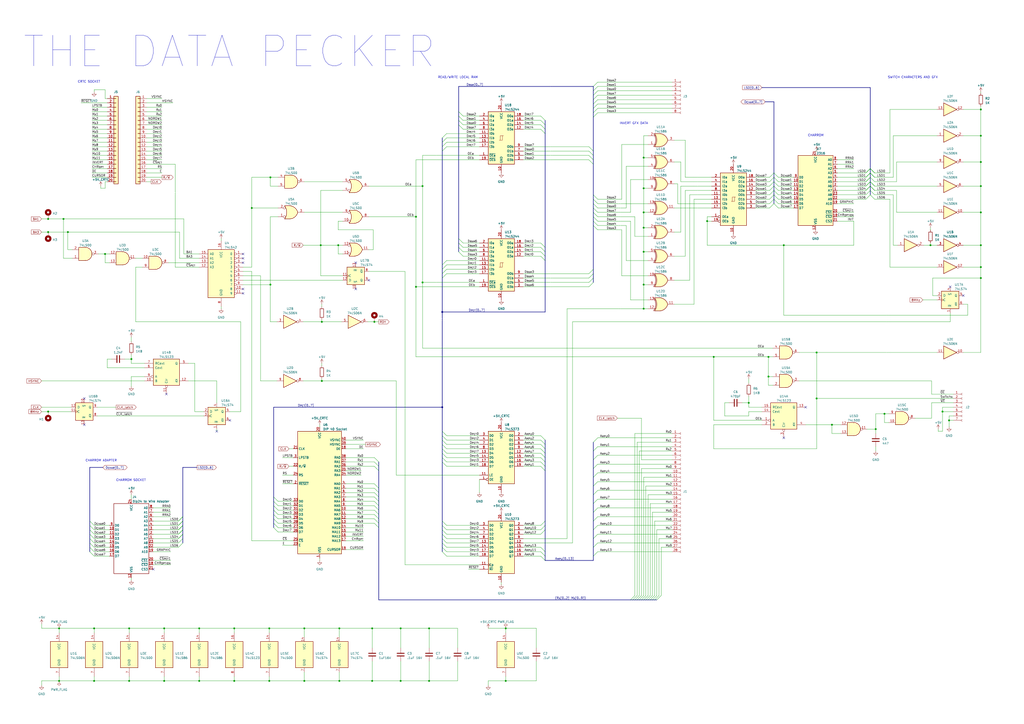
<source format=kicad_sch>
(kicad_sch (version 20230121) (generator eeschema)
  (paper "A2")
  (title_block (title "The Data Pecker Main Board") (date "2022-11-17") (rev "V001") (comment 1 "reverse-engineered in 2022") (comment 2 "creativecommons.org/licenses/by-sa/4.0/") (comment 3 "License: CC BY-SA 4.0") (comment 4 "Author: InsaneDruid"))
  (junction (at 248.92 364.49))
  (junction (at 241.3 166.37))
  (junction (at 508 248.92))
  (junction (at 135.89 364.49))
  (junction (at 373.38 179.07))
  (junction (at 232.41 394.97))
  (junction (at 115.57 364.49))
  (junction (at 248.92 394.97))
  (junction (at 217.17 186.69))
  (junction (at 27.94 127))
  (junction (at 74.93 394.97))
  (junction (at 196.215 142.24))
  (junction (at 27.94 134.62))
  (junction (at 568.96 107.95))
  (junction (at 156.21 364.49))
  (junction (at 482.6 246.38))
  (junction (at 550.545 243.84))
  (junction (at 568.96 78.74))
  (junction (at 186.055 142.24))
  (junction (at 473.71 204.47))
  (junction (at 186.69 220.98))
  (junction (at 373.38 109.22))
  (junction (at 54.61 394.97))
  (junction (at 34.29 394.97))
  (junction (at 186.69 186.69))
  (junction (at 176.53 364.49))
  (junction (at 27.94 238.76))
  (junction (at 95.25 394.97))
  (junction (at 215.9 364.49))
  (junction (at 513.08 240.03))
  (junction (at 256.54 180.975))
  (junction (at 445.77 207.01))
  (junction (at 293.37 364.49))
  (junction (at 454.66 142.24))
  (junction (at 410.21 128.27))
  (junction (at 115.57 394.97))
  (junction (at 245.11 107.95))
  (junction (at 373.38 146.05))
  (junction (at 568.96 93.98))
  (junction (at 414.02 207.01))
  (junction (at 568.96 142.24))
  (junction (at 373.38 123.19))
  (junction (at 156.21 394.97))
  (junction (at 434.34 233.68))
  (junction (at 34.29 364.49))
  (junction (at 176.53 394.97))
  (junction (at 76.2 208.28))
  (junction (at 568.96 63.5))
  (junction (at 156.845 165.1))
  (junction (at 215.9 394.97))
  (junction (at 373.38 91.44))
  (junction (at 245.11 163.83))
  (junction (at 146.05 120.65))
  (junction (at 546.735 238.76))
  (junction (at 241.3 125.73))
  (junction (at 256.54 236.22))
  (junction (at 36.83 127))
  (junction (at 74.93 364.49))
  (junction (at 60.96 147.32))
  (junction (at 568.96 161.29))
  (junction (at 568.96 123.19))
  (junction (at 156.845 102.87))
  (junction (at 135.89 394.97))
  (junction (at 54.61 364.49))
  (junction (at 539.75 142.24))
  (junction (at 39.37 134.62))
  (junction (at 473.71 231.14))
  (junction (at 293.37 394.97))
  (junction (at 196.85 394.97))
  (junction (at 373.38 132.08))
  (junction (at 445.77 218.44))
  (junction (at 95.25 364.49))
  (junction (at 568.96 154.94))
  (junction (at 232.41 364.49))
  (junction (at 196.85 364.49))
  (junction (at 373.38 165.1))
  (no_connect (at 88.9 330.2))
  (no_connect (at 48.895 246.38))
  (no_connect (at 551.18 166.37))
  (no_connect (at 558.8 171.45))
  (no_connect (at 125.73 250.19))
  (no_connect (at 133.35 243.84))
  (no_connect (at 454.66 254))
  (no_connect (at 48.895 231.14))
  (no_connect (at 140.97 152.4))
  (no_connect (at 140.97 149.86))
  (no_connect (at 140.97 147.32))
  (no_connect (at 96.52 228.6))
  (no_connect (at 467.36 236.22))
  (no_connect (at 213.995 162.56))
  (no_connect (at 206.375 152.4))
  (no_connect (at 206.375 167.64))
  (no_connect (at 140.97 170.18))
  (no_connect (at 140.97 167.64))
  (bus_entry (at 256.54 161.29) (size 2.54 -2.54))
  (bus_entry (at 341.63 90.17) (size 2.54 2.54))
  (bus_entry (at 217.17 265.43) (size 2.54 2.54))
  (bus_entry (at 217.17 270.51) (size 2.54 2.54))
  (bus_entry (at 217.17 267.97) (size 2.54 2.54))
  (bus_entry (at 106.045 304.8) (size -2.54 2.54))
  (bus_entry (at 106.045 304.8) (size -2.54 2.54))
  (bus_entry (at 313.69 143.51) (size 2.54 2.54))
  (bus_entry (at 217.17 303.53) (size 2.54 2.54))
  (bus_entry (at 504.825 107.95) (size 2.54 2.54))
  (bus_entry (at 344.17 118.11) (size 2.54 2.54))
  (bus_entry (at 256.54 85.09) (size 2.54 -2.54))
  (bus_entry (at 313.69 140.97) (size 2.54 2.54))
  (bus_entry (at 344.17 120.65) (size 2.54 2.54))
  (bus_entry (at 106.045 307.34) (size -2.54 2.54))
  (bus_entry (at 313.69 320.04) (size 2.54 2.54))
  (bus_entry (at 313.69 322.58) (size 2.54 2.54))
  (bus_entry (at 313.69 309.88) (size 2.54 -2.54))
  (bus_entry (at 313.69 307.34) (size 2.54 -2.54))
  (bus_entry (at 313.69 304.8) (size 2.54 -2.54))
  (bus_entry (at 313.69 317.5) (size 2.54 2.54))
  (bus_entry (at 344.17 52.705) (size 2.54 -2.54))
  (bus_entry (at 504.825 100.33) (size 2.54 2.54))
  (bus_entry (at 217.17 280.67) (size 2.54 2.54))
  (bus_entry (at 106.045 314.96) (size -2.54 2.54))
  (bus_entry (at 266.065 138.43) (size 2.54 2.54))
  (bus_entry (at 217.17 288.29) (size 2.54 2.54))
  (bus_entry (at 379.73 347.98) (size 2.54 -2.54))
  (bus_entry (at 381 347.98) (size 2.54 -2.54))
  (bus_entry (at 378.46 347.98) (size 2.54 -2.54))
  (bus_entry (at 373.38 347.98) (size 2.54 -2.54))
  (bus_entry (at 369.57 347.98) (size 2.54 -2.54))
  (bus_entry (at 372.11 347.98) (size 2.54 -2.54))
  (bus_entry (at 370.84 347.98) (size 2.54 -2.54))
  (bus_entry (at 367.03 347.98) (size 2.54 -2.54))
  (bus_entry (at 368.3 347.98) (size 2.54 -2.54))
  (bus_entry (at 365.76 347.98) (size 2.54 -2.54))
  (bus_entry (at 375.92 347.98) (size 2.54 -2.54))
  (bus_entry (at 374.65 347.98) (size 2.54 -2.54))
  (bus_entry (at 377.19 347.98) (size 2.54 -2.54))
  (bus_entry (at 448.945 118.11) (size 2.54 2.54))
  (bus_entry (at 448.945 115.57) (size 2.54 2.54))
  (bus_entry (at 448.945 113.03) (size 2.54 2.54))
  (bus_entry (at 448.945 105.41) (size 2.54 2.54))
  (bus_entry (at 448.945 110.49) (size 2.54 2.54))
  (bus_entry (at 448.945 102.87) (size 2.54 2.54))
  (bus_entry (at 448.945 100.33) (size 2.54 2.54))
  (bus_entry (at 448.945 107.95) (size 2.54 2.54))
  (bus_entry (at 446.405 113.03) (size 2.54 -2.54))
  (bus_entry (at 446.405 110.49) (size 2.54 -2.54))
  (bus_entry (at 446.405 102.87) (size 2.54 -2.54))
  (bus_entry (at 446.405 107.95) (size 2.54 -2.54))
  (bus_entry (at 446.405 115.57) (size 2.54 -2.54))
  (bus_entry (at 446.405 105.41) (size 2.54 -2.54))
  (bus_entry (at 446.405 118.11) (size 2.54 -2.54))
  (bus_entry (at 446.405 120.65) (size 2.54 -2.54))
  (bus_entry (at 106.045 299.72) (size -2.54 2.54))
  (bus_entry (at 266.065 69.85) (size 2.54 2.54))
  (bus_entry (at 106.045 309.88) (size -2.54 2.54))
  (bus_entry (at 52.07 314.96) (size 2.54 2.54))
  (bus_entry (at 344.17 65.405) (size 2.54 -2.54))
  (bus_entry (at 344.17 50.165) (size 2.54 -2.54))
  (bus_entry (at 266.065 143.51) (size 2.54 2.54))
  (bus_entry (at 256.54 309.88) (size 2.54 2.54))
  (bus_entry (at 256.54 312.42) (size 2.54 2.54))
  (bus_entry (at 256.54 314.96) (size 2.54 2.54))
  (bus_entry (at 256.54 317.5) (size 2.54 2.54))
  (bus_entry (at 256.54 302.26) (size 2.54 2.54))
  (bus_entry (at 256.54 304.8) (size 2.54 2.54))
  (bus_entry (at 256.54 307.34) (size 2.54 2.54))
  (bus_entry (at 256.54 250.19) (size 2.54 2.54))
  (bus_entry (at 256.54 265.43) (size 2.54 2.54))
  (bus_entry (at 256.54 262.89) (size 2.54 2.54))
  (bus_entry (at 256.54 267.97) (size 2.54 2.54))
  (bus_entry (at 256.54 257.81) (size 2.54 2.54))
  (bus_entry (at 256.54 260.35) (size 2.54 2.54))
  (bus_entry (at 256.54 252.73) (size 2.54 2.54))
  (bus_entry (at 256.54 255.27) (size 2.54 2.54))
  (bus_entry (at 256.54 320.04) (size 2.54 2.54))
  (bus_entry (at 52.07 309.88) (size 2.54 2.54))
  (bus_entry (at 344.17 125.73) (size 2.54 2.54))
  (bus_entry (at 52.07 312.42) (size 2.54 2.54))
  (bus_entry (at 52.07 317.5) (size 2.54 2.54))
  (bus_entry (at 52.07 307.34) (size 2.54 2.54))
  (bus_entry (at 341.63 92.71) (size 2.54 2.54))
  (bus_entry (at 341.63 87.63) (size 2.54 2.54))
  (bus_entry (at 256.54 158.75) (size 2.54 -2.54))
  (bus_entry (at 158.75 288.29) (size 2.54 2.54))
  (bus_entry (at 158.75 295.91) (size 2.54 2.54))
  (bus_entry (at 158.75 298.45) (size 2.54 2.54))
  (bus_entry (at 158.75 300.99) (size 2.54 2.54))
  (bus_entry (at 158.75 303.53) (size 2.54 2.54))
  (bus_entry (at 158.75 290.83) (size 2.54 2.54))
  (bus_entry (at 158.75 293.37) (size 2.54 2.54))
  (bus_entry (at 158.75 306.07) (size 2.54 2.54))
  (bus_entry (at 256.54 87.63) (size 2.54 -2.54))
  (bus_entry (at 504.825 102.87) (size 2.54 2.54))
  (bus_entry (at 106.045 302.26) (size -2.54 2.54))
  (bus_entry (at 344.17 113.03) (size 2.54 2.54))
  (bus_entry (at 504.825 113.03) (size -2.54 2.54))
  (bus_entry (at 344.17 62.865) (size 2.54 -2.54))
  (bus_entry (at 504.825 97.79) (size 2.54 2.54))
  (bus_entry (at 504.825 105.41) (size 2.54 2.54))
  (bus_entry (at 106.045 302.26) (size -2.54 2.54))
  (bus_entry (at 504.825 97.79) (size -2.54 2.54))
  (bus_entry (at 256.54 153.67) (size 2.54 -2.54))
  (bus_entry (at 504.825 97.79) (size 2.54 2.54))
  (bus_entry (at 504.825 100.33) (size -2.54 2.54))
  (bus_entry (at 504.825 97.79) (size -2.54 2.54))
  (bus_entry (at 504.825 107.95) (size -2.54 2.54))
  (bus_entry (at 217.17 283.21) (size 2.54 2.54))
  (bus_entry (at 504.825 110.49) (size -2.54 2.54))
  (bus_entry (at 504.825 100.33) (size 2.54 2.54))
  (bus_entry (at 344.17 57.785) (size 2.54 -2.54))
  (bus_entry (at 504.825 105.41) (size -2.54 2.54))
  (bus_entry (at 106.045 307.34) (size -2.54 2.54))
  (bus_entry (at 313.69 74.93) (size 2.54 2.54))
  (bus_entry (at 217.17 298.45) (size 2.54 2.54))
  (bus_entry (at 217.17 285.75) (size 2.54 2.54))
  (bus_entry (at 504.825 113.03) (size 2.54 2.54))
  (bus_entry (at 313.69 148.59) (size 2.54 2.54))
  (bus_entry (at 256.54 82.55) (size 2.54 -2.54))
  (bus_entry (at 217.17 295.91) (size 2.54 2.54))
  (bus_entry (at 504.825 110.49) (size 2.54 2.54))
  (bus_entry (at 106.045 299.72) (size -2.54 2.54))
  (bus_entry (at 341.63 161.29) (size 2.54 -2.54))
  (bus_entry (at 52.07 302.26) (size 2.54 2.54))
  (bus_entry (at 344.17 123.19) (size 2.54 2.54))
  (bus_entry (at 256.54 80.01) (size 2.54 -2.54))
  (bus_entry (at 266.065 64.77) (size 2.54 2.54))
  (bus_entry (at 341.63 85.09) (size 2.54 2.54))
  (bus_entry (at 504.825 105.41) (size -2.54 2.54))
  (bus_entry (at 217.17 290.83) (size 2.54 2.54))
  (bus_entry (at 504.825 107.95) (size 2.54 2.54))
  (bus_entry (at 504.825 107.95) (size -2.54 2.54))
  (bus_entry (at 344.17 130.81) (size 2.54 2.54))
  (bus_entry (at 313.69 67.31) (size 2.54 2.54))
  (bus_entry (at 52.07 320.04) (size 2.54 2.54))
  (bus_entry (at 266.065 72.39) (size 2.54 2.54))
  (bus_entry (at 504.825 100.33) (size -2.54 2.54))
  (bus_entry (at 217.17 300.99) (size 2.54 2.54))
  (bus_entry (at 256.54 156.21) (size 2.54 -2.54))
  (bus_entry (at 313.69 267.97) (size 2.54 2.54))
  (bus_entry (at 313.69 265.43) (size 2.54 2.54))
  (bus_entry (at 313.69 260.35) (size 2.54 2.54))
  (bus_entry (at 313.69 262.89) (size 2.54 2.54))
  (bus_entry (at 313.69 257.81) (size 2.54 2.54))
  (bus_entry (at 313.69 270.51) (size 2.54 2.54))
  (bus_entry (at 313.69 252.73) (size 2.54 2.54))
  (bus_entry (at 313.69 255.27) (size 2.54 2.54))
  (bus_entry (at 344.17 115.57) (size 2.54 2.54))
  (bus_entry (at 313.69 72.39) (size 2.54 2.54))
  (bus_entry (at 504.825 102.87) (size -2.54 2.54))
  (bus_entry (at 504.825 105.41) (size 2.54 2.54))
  (bus_entry (at 344.17 60.325) (size 2.54 -2.54))
  (bus_entry (at 217.17 293.37) (size 2.54 2.54))
  (bus_entry (at 341.63 166.37) (size 2.54 -2.54))
  (bus_entry (at 344.17 266.7) (size 2.54 -2.54))
  (bus_entry (at 344.17 261.62) (size 2.54 -2.54))
  (bus_entry (at 344.17 256.54) (size 2.54 -2.54))
  (bus_entry (at 344.17 271.78) (size 2.54 -2.54))
  (bus_entry (at 344.17 281.94) (size 2.54 -2.54))
  (bus_entry (at 344.17 276.86) (size 2.54 -2.54))
  (bus_entry (at 344.17 302.26) (size 2.54 -2.54))
  (bus_entry (at 344.17 307.34) (size 2.54 -2.54))
  (bus_entry (at 344.17 317.5) (size 2.54 -2.54))
  (bus_entry (at 344.17 322.58) (size 2.54 -2.54))
  (bus_entry (at 344.17 312.42) (size 2.54 -2.54))
  (bus_entry (at 344.17 297.18) (size 2.54 -2.54))
  (bus_entry (at 344.17 287.02) (size 2.54 -2.54))
  (bus_entry (at 344.17 292.1) (size 2.54 -2.54))
  (bus_entry (at 313.69 146.05) (size 2.54 2.54))
  (bus_entry (at 341.63 158.75) (size 2.54 -2.54))
  (bus_entry (at 313.69 69.85) (size 2.54 2.54))
  (bus_entry (at 266.065 146.05) (size 2.54 2.54))
  (bus_entry (at 266.065 140.97) (size 2.54 2.54))
  (bus_entry (at 344.17 128.27) (size 2.54 2.54))
  (bus_entry (at 266.065 67.31) (size 2.54 2.54))
  (bus_entry (at 344.17 55.245) (size 2.54 -2.54))
  (bus_entry (at 341.63 163.83) (size 2.54 -2.54))
  (bus_entry (at 504.825 102.87) (size -2.54 2.54))
  (bus_entry (at 106.045 309.88) (size -2.54 2.54))
  (bus_entry (at 106.045 312.42) (size -2.54 2.54))
  (bus_entry (at 344.17 67.945) (size 2.54 -2.54))
  (bus_entry (at 52.07 304.8) (size 2.54 2.54))
  (wire (pts (xy 175.895 142.24) (xy 186.055 142.24)))
  (wire (pts (xy 248.92 394.97) (xy 265.43 394.97)))
  (wire (pts (xy 200.66 260.35) (xy 210.82 260.35)))
  (bus (pts (xy 316.23 260.35) (xy 316.23 262.89)))
  (wire (pts (xy 135.89 392.43) (xy 135.89 394.97)))
  (wire (pts (xy 311.15 383.54) (xy 311.15 394.97)))
  (wire (pts (xy 62.23 85.09) (xy 53.34 85.09)))
  (bus (pts (xy 344.17 266.7) (xy 344.17 271.78)))
  (wire (pts (xy 389.89 309.88) (xy 346.71 309.88)))
  (bus (pts (xy 266.065 67.31) (xy 266.065 64.77)))
  (wire (pts (xy 303.53 74.93) (xy 313.69 74.93)))
  (wire (pts (xy 495.3 128.27) (xy 495.3 142.24)))
  (bus (pts (xy 448.945 118.11) (xy 448.945 115.57)))
  (wire (pts (xy 373.38 146.05) (xy 375.92 146.05)))
  (wire (pts (xy 109.22 210.82) (xy 113.03 210.82)))
  (wire (pts (xy 93.98 100.33) (xy 85.09 100.33)))
  (wire (pts (xy 146.05 120.65) (xy 161.29 120.65)))
  (wire (pts (xy 88.9 299.72) (xy 99.06 299.72)))
  (wire (pts (xy 346.71 52.705) (xy 389.89 52.705)))
  (wire (pts (xy 101.6 154.94) (xy 115.57 154.94)))
  (wire (pts (xy 88.9 297.18) (xy 99.06 297.18)))
  (wire (pts (xy 170.18 265.43) (xy 163.83 265.43)))
  (wire (pts (xy 544.195 248.92) (xy 544.195 250.19)))
  (wire (pts (xy 389.89 299.72) (xy 346.71 299.72)))
  (wire (pts (xy 451.485 118.11) (xy 460.375 118.11)))
  (bus (pts (xy 344.17 156.21) (xy 344.17 158.75)))
  (wire (pts (xy 303.53 270.51) (xy 313.69 270.51)))
  (wire (pts (xy 303.53 92.71) (xy 341.63 92.71)))
  (wire (pts (xy 434.34 229.87) (xy 434.34 233.68)))
  (bus (pts (xy 316.23 262.89) (xy 316.23 265.43)))
  (wire (pts (xy 259.08 265.43) (xy 278.13 265.43)))
  (wire (pts (xy 516.255 154.94) (xy 543.56 154.94)))
  (bus (pts (xy 316.23 143.51) (xy 316.23 146.05)))
  (wire (pts (xy 346.71 130.81) (xy 363.22 130.81)))
  (wire (pts (xy 375.92 109.22) (xy 373.38 109.22)))
  (wire (pts (xy 346.71 304.8) (xy 389.89 304.8)))
  (wire (pts (xy 311.15 394.97) (xy 293.37 394.97)))
  (wire (pts (xy 76.2 208.28) (xy 76.2 210.82)))
  (wire (pts (xy 196.85 364.49) (xy 176.53 364.49)))
  (bus (pts (xy 219.71 303.53) (xy 219.71 306.07)))
  (wire (pts (xy 346.71 118.11) (xy 375.92 118.11)))
  (bus (pts (xy 219.71 283.21) (xy 219.71 285.75)))
  (wire (pts (xy 140.97 157.48) (xy 146.05 157.48)))
  (wire (pts (xy 161.29 303.53) (xy 170.18 303.53)))
  (wire (pts (xy 508 240.03) (xy 513.08 240.03)))
  (wire (pts (xy 200.66 255.27) (xy 210.82 255.27)))
  (wire (pts (xy 389.89 256.54) (xy 369.57 256.54)))
  (wire (pts (xy 156.845 102.87) (xy 161.29 102.87)))
  (wire (pts (xy 62.23 64.77) (xy 53.34 64.77)))
  (wire (pts (xy 451.485 120.65) (xy 460.375 120.65)))
  (wire (pts (xy 259.08 270.51) (xy 278.13 270.51)))
  (wire (pts (xy 393.065 118.11) (xy 412.75 118.11)))
  (wire (pts (xy 156.845 125.73) (xy 156.845 165.1)))
  (bus (pts (xy 219.71 298.45) (xy 219.71 300.99)))
  (wire (pts (xy 163.83 316.23) (xy 170.18 316.23)))
  (wire (pts (xy 446.405 107.95) (xy 438.15 107.95)))
  (wire (pts (xy 259.08 314.96) (xy 278.13 314.96)))
  (wire (pts (xy 373.38 165.1) (xy 373.38 179.07)))
  (bus (pts (xy 316.23 304.8) (xy 316.23 302.26)))
  (bus (pts (xy 266.065 143.51) (xy 266.065 140.97)))
  (wire (pts (xy 85.09 72.39) (xy 93.98 72.39)))
  (wire (pts (xy 163.83 280.67) (xy 170.18 280.67)))
  (wire (pts (xy 513.08 245.11) (xy 513.08 240.03)))
  (wire (pts (xy 213.995 157.48) (xy 234.95 157.48)))
  (wire (pts (xy 88.9 309.88) (xy 103.505 309.88)))
  (wire (pts (xy 434.34 238.76) (xy 441.96 238.76)))
  (wire (pts (xy 259.08 158.75) (xy 278.13 158.75)))
  (wire (pts (xy 85.09 92.71) (xy 93.98 92.71)))
  (wire (pts (xy 74.93 394.97) (xy 95.25 394.97)))
  (wire (pts (xy 518.16 78.74) (xy 543.56 78.74)))
  (bus (pts (xy 448.945 110.49) (xy 448.945 107.95)))
  (wire (pts (xy 213.995 107.95) (xy 245.11 107.95)))
  (wire (pts (xy 200.66 265.43) (xy 217.17 265.43)))
  (wire (pts (xy 389.89 274.32) (xy 346.71 274.32)))
  (wire (pts (xy 196.85 394.97) (xy 215.9 394.97)))
  (wire (pts (xy 438.15 120.65) (xy 446.405 120.65)))
  (wire (pts (xy 451.485 105.41) (xy 460.375 105.41)))
  (wire (pts (xy 467.36 246.38) (xy 482.6 246.38)))
  (bus (pts (xy 114.3 271.145) (xy 106.045 271.145)))
  (wire (pts (xy 88.9 320.04) (xy 99.06 320.04)))
  (bus (pts (xy 344.17 52.705) (xy 344.17 50.165)))
  (wire (pts (xy 54.61 320.04) (xy 63.5 320.04)))
  (wire (pts (xy 200.66 275.59) (xy 209.55 275.59)))
  (wire (pts (xy 24.13 238.76) (xy 27.94 238.76)))
  (wire (pts (xy 375.92 173.99) (xy 365.76 173.99)))
  (wire (pts (xy 518.16 142.24) (xy 518.16 113.03)))
  (wire (pts (xy 85.09 64.77) (xy 93.98 64.77)))
  (bus (pts (xy 344.17 312.42) (xy 344.17 317.5)))
  (wire (pts (xy 389.89 251.46) (xy 368.3 251.46)))
  (wire (pts (xy 34.29 394.97) (xy 54.61 394.97)))
  (wire (pts (xy 268.605 72.39) (xy 278.13 72.39)))
  (bus (pts (xy 256.54 309.88) (xy 256.54 307.34)))
  (wire (pts (xy 245.11 107.95) (xy 245.11 90.17)))
  (wire (pts (xy 394.97 93.98) (xy 394.97 105.41)))
  (wire (pts (xy 200.66 318.77) (xy 210.82 318.77)))
  (wire (pts (xy 541.02 171.45) (xy 541.02 161.29)))
  (wire (pts (xy 234.95 327.66) (xy 278.13 327.66)))
  (wire (pts (xy 540.385 233.68) (xy 553.085 233.68)))
  (bus (pts (xy 344.17 161.29) (xy 344.17 163.83)))
  (wire (pts (xy 508 248.92) (xy 508 251.46)))
  (wire (pts (xy 175.895 220.98) (xy 186.69 220.98)))
  (bus (pts (xy 448.945 102.87) (xy 448.945 105.41)))
  (wire (pts (xy 259.08 260.35) (xy 278.13 260.35)))
  (bus (pts (xy 316.23 74.93) (xy 316.23 77.47)))
  (wire (pts (xy 346.71 259.08) (xy 389.89 259.08)))
  (wire (pts (xy 346.71 314.96) (xy 389.89 314.96)))
  (bus (pts (xy 372.11 347.98) (xy 373.38 347.98)))
  (wire (pts (xy 232.41 383.54) (xy 232.41 394.97)))
  (wire (pts (xy 113.03 210.82) (xy 113.03 238.76)))
  (wire (pts (xy 368.3 137.16) (xy 368.3 125.73)))
  (wire (pts (xy 558.8 78.74) (xy 568.96 78.74)))
  (wire (pts (xy 420.37 233.68) (xy 420.37 241.3)))
  (bus (pts (xy 344.17 55.245) (xy 344.17 52.705)))
  (wire (pts (xy 41.91 149.86) (xy 36.83 149.86)))
  (wire (pts (xy 389.89 284.48) (xy 346.71 284.48)))
  (wire (pts (xy 76.2 287.02) (xy 76.2 289.56)))
  (wire (pts (xy 561.34 176.53) (xy 558.8 176.53)))
  (wire (pts (xy 95.25 364.49) (xy 115.57 364.49)))
  (wire (pts (xy 88.9 327.66) (xy 99.06 327.66)))
  (wire (pts (xy 27.94 238.76) (xy 41.275 238.76)))
  (wire (pts (xy 268.605 143.51) (xy 278.13 143.51)))
  (bus (pts (xy 266.065 146.05) (xy 266.065 143.51)))
  (wire (pts (xy 414.02 207.01) (xy 445.77 207.01)))
  (wire (pts (xy 438.15 115.57) (xy 446.405 115.57)))
  (wire (pts (xy 346.71 65.405) (xy 389.89 65.405)))
  (wire (pts (xy 54.61 322.58) (xy 63.5 322.58)))
  (wire (pts (xy 518.16 142.24) (xy 520.7 142.24)))
  (wire (pts (xy 518.16 102.87) (xy 518.16 78.74)))
  (wire (pts (xy 156.845 165.1) (xy 156.845 186.69)))
  (wire (pts (xy 485.775 105.41) (xy 502.285 105.41)))
  (wire (pts (xy 62.23 77.47) (xy 53.34 77.47)))
  (wire (pts (xy 259.08 312.42) (xy 278.13 312.42)))
  (wire (pts (xy 391.16 93.98) (xy 394.97 93.98)))
  (wire (pts (xy 85.09 82.55) (xy 93.98 82.55)))
  (wire (pts (xy 365.76 173.99) (xy 365.76 128.27)))
  (wire (pts (xy 259.08 252.73) (xy 278.13 252.73)))
  (bus (pts (xy 256.54 180.975) (xy 316.23 180.975)))
  (wire (pts (xy 535.94 142.24) (xy 539.75 142.24)))
  (bus (pts (xy 158.75 295.91) (xy 158.75 293.37)))
  (wire (pts (xy 232.41 394.97) (xy 248.92 394.97)))
  (wire (pts (xy 551.18 181.61) (xy 551.18 186.69)))
  (wire (pts (xy 139.7 238.76) (xy 133.35 238.76)))
  (wire (pts (xy 85.09 67.31) (xy 93.98 67.31)))
  (wire (pts (xy 135.89 364.49) (xy 156.21 364.49)))
  (wire (pts (xy 60.96 152.4) (xy 63.5 152.4)))
  (wire (pts (xy 213.36 186.69) (xy 217.17 186.69)))
  (wire (pts (xy 568.96 154.94) (xy 568.96 142.24)))
  (wire (pts (xy 495.3 128.27) (xy 485.775 128.27)))
  (bus (pts (xy 52.07 309.88) (xy 52.07 312.42)))
  (wire (pts (xy 400.05 113.03) (xy 412.75 113.03)))
  (wire (pts (xy 516.255 63.5) (xy 516.255 100.33)))
  (wire (pts (xy 234.95 157.48) (xy 234.95 327.66)))
  (bus (pts (xy 504.825 102.87) (xy 504.825 100.33)))
  (bus (pts (xy 316.23 270.51) (xy 316.23 273.05)))
  (wire (pts (xy 163.83 275.59) (xy 170.18 275.59)))
  (wire (pts (xy 402.59 176.53) (xy 402.59 115.57)))
  (wire (pts (xy 259.08 307.34) (xy 278.13 307.34)))
  (wire (pts (xy 232.41 364.49) (xy 232.41 375.92)))
  (bus (pts (xy 52.07 271.145) (xy 52.07 302.26)))
  (wire (pts (xy 62.23 95.25) (xy 53.34 95.25)))
  (wire (pts (xy 259.08 85.09) (xy 278.13 85.09)))
  (wire (pts (xy 303.53 267.97) (xy 313.69 267.97)))
  (wire (pts (xy 54.61 304.8) (xy 63.5 304.8)))
  (wire (pts (xy 60.96 105.41) (xy 60.96 109.22)))
  (wire (pts (xy 482.6 246.38) (xy 482.6 251.46)))
  (wire (pts (xy 434.34 238.76) (xy 434.34 241.3)))
  (wire (pts (xy 520.065 123.19) (xy 543.56 123.19)))
  (wire (pts (xy 62.23 213.36) (xy 83.82 213.36)))
  (wire (pts (xy 375.92 160.02) (xy 360.68 160.02)))
  (wire (pts (xy 185.42 323.85) (xy 185.42 325.12)))
  (wire (pts (xy 56.515 236.22) (xy 67.31 236.22)))
  (wire (pts (xy 200.66 273.05) (xy 209.55 273.05)))
  (wire (pts (xy 513.08 240.03) (xy 515.62 240.03)))
  (bus (pts (xy 219.71 290.83) (xy 219.71 293.37)))
  (wire (pts (xy 196.215 147.32) (xy 196.215 142.24)))
  (wire (pts (xy 215.9 394.97) (xy 232.41 394.97)))
  (wire (pts (xy 259.08 322.58) (xy 278.13 322.58)))
  (wire (pts (xy 508 248.92) (xy 508 240.03)))
  (wire (pts (xy 553.085 241.3) (xy 550.545 241.3)))
  (wire (pts (xy 370.84 261.62) (xy 370.84 345.44)))
  (wire (pts (xy 412.75 110.49) (xy 397.51 110.49)))
  (wire (pts (xy 373.38 179.07) (xy 375.92 179.07)))
  (wire (pts (xy 97.79 152.4) (xy 115.57 152.4)))
  (wire (pts (xy 293.37 394.97) (xy 283.21 394.97)))
  (wire (pts (xy 62.23 90.17) (xy 53.34 90.17)))
  (wire (pts (xy 54.61 52.07) (xy 54.61 53.34)))
  (bus (pts (xy 504.825 107.95) (xy 504.825 105.41)))
  (wire (pts (xy 414.02 260.35) (xy 414.02 246.38)))
  (wire (pts (xy 167.64 270.51) (xy 170.18 270.51)))
  (wire (pts (xy 438.15 102.87) (xy 446.405 102.87)))
  (wire (pts (xy 303.53 317.5) (xy 313.69 317.5)))
  (wire (pts (xy 346.71 128.27) (xy 365.76 128.27)))
  (wire (pts (xy 85.09 80.01) (xy 93.98 80.01)))
  (bus (pts (xy 316.23 307.34) (xy 316.23 304.8)))
  (wire (pts (xy 303.53 85.09) (xy 341.63 85.09)))
  (wire (pts (xy 414.02 207.01) (xy 414.02 243.84)))
  (wire (pts (xy 265.43 383.54) (xy 265.43 394.97)))
  (wire (pts (xy 62.23 74.93) (xy 53.34 74.93)))
  (wire (pts (xy 54.61 52.07) (xy 60.96 52.07)))
  (wire (pts (xy 140.97 160.02) (xy 151.13 160.02)))
  (wire (pts (xy 410.21 125.73) (xy 410.21 128.27)))
  (wire (pts (xy 85.09 59.69) (xy 100.33 59.69)))
  (wire (pts (xy 346.71 133.35) (xy 360.68 133.35)))
  (wire (pts (xy 550.545 243.84) (xy 550.545 247.65)))
  (wire (pts (xy 375.92 91.44) (xy 373.38 91.44)))
  (wire (pts (xy 365.76 104.14) (xy 375.92 104.14)))
  (wire (pts (xy 85.09 105.41) (xy 87.63 105.41)))
  (bus (pts (xy 266.065 69.85) (xy 266.065 72.39)))
  (wire (pts (xy 34.29 364.49) (xy 54.61 364.49)))
  (wire (pts (xy 161.29 298.45) (xy 170.18 298.45)))
  (wire (pts (xy 196.215 128.27) (xy 198.755 128.27)))
  (wire (pts (xy 451.485 102.87) (xy 460.375 102.87)))
  (bus (pts (xy 219.71 285.75) (xy 219.71 288.29)))
  (bus (pts (xy 256.54 255.27) (xy 256.54 252.73)))
  (wire (pts (xy 113.03 238.76) (xy 118.11 238.76)))
  (wire (pts (xy 303.53 166.37) (xy 341.63 166.37)))
  (wire (pts (xy 74.93 364.49) (xy 74.93 367.03)))
  (bus (pts (xy 256.54 85.09) (xy 256.54 87.63)))
  (wire (pts (xy 140.97 165.1) (xy 156.845 165.1)))
  (wire (pts (xy 88.9 307.34) (xy 103.505 307.34)))
  (wire (pts (xy 434.34 233.68) (xy 434.34 236.22)))
  (wire (pts (xy 540.385 220.98) (xy 540.385 228.6)))
  (wire (pts (xy 27.94 127) (xy 36.83 127)))
  (wire (pts (xy 46.99 59.69) (xy 62.23 59.69)))
  (wire (pts (xy 373.38 165.1) (xy 375.92 165.1)))
  (wire (pts (xy 241.3 207.01) (xy 414.02 207.01)))
  (wire (pts (xy 54.61 364.49) (xy 74.93 364.49)))
  (wire (pts (xy 196.85 389.89) (xy 196.85 394.97)))
  (bus (pts (xy 316.23 72.39) (xy 316.23 74.93)))
  (wire (pts (xy 389.89 317.5) (xy 383.54 317.5)))
  (bus (pts (xy 344.17 67.945) (xy 344.17 65.405)))
  (bus (pts (xy 256.54 317.5) (xy 256.54 314.96)))
  (wire (pts (xy 245.11 107.95) (xy 245.11 163.83)))
  (wire (pts (xy 485.775 107.95) (xy 502.285 107.95)))
  (wire (pts (xy 389.89 289.56) (xy 346.71 289.56)))
  (wire (pts (xy 248.92 364.49) (xy 265.43 364.49)))
  (bus (pts (xy 256.54 236.22) (xy 256.54 250.19)))
  (wire (pts (xy 553.085 236.22) (xy 546.735 236.22)))
  (wire (pts (xy 543.56 63.5) (xy 516.255 63.5)))
  (bus (pts (xy 219.71 347.98) (xy 365.76 347.98)))
  (bus (pts (xy 344.17 317.5) (xy 344.17 322.58)))
  (wire (pts (xy 185.42 246.38) (xy 185.42 247.65)))
  (bus (pts (xy 52.07 307.34) (xy 52.07 309.88)))
  (bus (pts (xy 344.17 113.03) (xy 344.17 115.57)))
  (wire (pts (xy 268.605 67.31) (xy 278.13 67.31)))
  (wire (pts (xy 391.16 106.68) (xy 393.065 106.68)))
  (bus (pts (xy 266.065 140.97) (xy 266.065 138.43)))
  (bus (pts (xy 256.54 82.55) (xy 256.54 85.09)))
  (wire (pts (xy 568.96 78.74) (xy 568.96 93.98)))
  (wire (pts (xy 482.6 246.38) (xy 487.68 246.38)))
  (wire (pts (xy 389.89 320.04) (xy 346.71 320.04)))
  (wire (pts (xy 375.92 78.74) (xy 373.38 78.74)))
  (wire (pts (xy 146.05 157.48) (xy 146.05 313.69)))
  (wire (pts (xy 229.87 220.98) (xy 229.87 275.59)))
  (wire (pts (xy 268.605 69.85) (xy 278.13 69.85)))
  (bus (pts (xy 256.54 158.75) (xy 256.54 161.29)))
  (wire (pts (xy 176.53 389.89) (xy 176.53 394.97)))
  (wire (pts (xy 54.61 317.5) (xy 63.5 317.5)))
  (wire (pts (xy 186.055 160.02) (xy 198.755 160.02)))
  (wire (pts (xy 311.15 375.92) (xy 311.15 364.49)))
  (wire (pts (xy 200.66 311.15) (xy 210.82 311.15)))
  (bus (pts (xy 344.17 158.75) (xy 344.17 161.29)))
  (wire (pts (xy 60.96 147.32) (xy 63.5 147.32)))
  (wire (pts (xy 303.53 148.59) (xy 313.69 148.59)))
  (wire (pts (xy 451.485 107.95) (xy 460.375 107.95)))
  (wire (pts (xy 485.775 110.49) (xy 502.285 110.49)))
  (bus (pts (xy 106.045 299.72) (xy 106.045 302.26)))
  (wire (pts (xy 303.53 69.85) (xy 313.69 69.85)))
  (wire (pts (xy 507.365 115.57) (xy 516.255 115.57)))
  (wire (pts (xy 485.775 100.33) (xy 502.285 100.33)))
  (bus (pts (xy 344.17 261.62) (xy 344.17 256.54)))
  (wire (pts (xy 62.23 100.33) (xy 53.34 100.33)))
  (bus (pts (xy 256.54 307.34) (xy 256.54 304.8)))
  (wire (pts (xy 412.75 102.87) (xy 397.51 102.87)))
  (wire (pts (xy 200.66 288.29) (xy 217.17 288.29)))
  (wire (pts (xy 259.08 317.5) (xy 278.13 317.5)))
  (wire (pts (xy 374.65 281.94) (xy 374.65 345.44)))
  (wire (pts (xy 125.73 233.68) (xy 125.73 220.98)))
  (wire (pts (xy 507.365 102.87) (xy 518.16 102.87)))
  (wire (pts (xy 539.75 132.08) (xy 539.75 133.35)))
  (wire (pts (xy 485.775 95.25) (xy 495.3 95.25)))
  (wire (pts (xy 507.365 113.03) (xy 518.16 113.03)))
  (wire (pts (xy 88.9 302.26) (xy 103.505 302.26)))
  (bus (pts (xy 448.945 113.03) (xy 448.945 110.49)))
  (wire (pts (xy 397.51 81.28) (xy 391.16 81.28)))
  (wire (pts (xy 303.53 87.63) (xy 341.63 87.63)))
  (wire (pts (xy 186.055 142.24) (xy 186.055 160.02)))
  (wire (pts (xy 109.22 220.98) (xy 125.73 220.98)))
  (wire (pts (xy 76.2 205.74) (xy 76.2 208.28)))
  (bus (pts (xy 219.71 300.99) (xy 219.71 303.53)))
  (wire (pts (xy 303.53 320.04) (xy 313.69 320.04)))
  (bus (pts (xy 256.54 260.35) (xy 256.54 257.81)))
  (wire (pts (xy 265.43 364.49) (xy 265.43 375.92)))
  (wire (pts (xy 34.29 392.43) (xy 34.29 394.97)))
  (wire (pts (xy 369.57 256.54) (xy 369.57 345.44)))
  (bus (pts (xy 344.17 115.57) (xy 344.17 118.11)))
  (wire (pts (xy 389.89 287.02) (xy 375.92 287.02)))
  (wire (pts (xy 568.96 154.94) (xy 568.96 161.29)))
  (wire (pts (xy 373.38 146.05) (xy 373.38 165.1)))
  (wire (pts (xy 451.485 115.57) (xy 460.375 115.57)))
  (bus (pts (xy 448.945 100.33) (xy 448.945 102.87)))
  (bus (pts (xy 106.045 312.42) (xy 106.045 314.96)))
  (wire (pts (xy 104.14 149.86) (xy 115.57 149.86)))
  (wire (pts (xy 346.71 123.19) (xy 365.76 123.19)))
  (wire (pts (xy 186.055 142.24) (xy 196.215 142.24)))
  (wire (pts (xy 454.66 142.24) (xy 454.66 182.88)))
  (wire (pts (xy 482.6 251.46) (xy 487.68 251.46)))
  (wire (pts (xy 34.29 394.97) (xy 24.13 394.97)))
  (wire (pts (xy 485.775 92.71) (xy 495.3 92.71)))
  (wire (pts (xy 176.53 123.19) (xy 198.755 123.19)))
  (wire (pts (xy 85.09 77.47) (xy 93.98 77.47)))
  (wire (pts (xy 558.8 204.47) (xy 568.96 204.47)))
  (bus (pts (xy 344.17 261.62) (xy 344.17 266.7)))
  (wire (pts (xy 515.62 245.11) (xy 513.08 245.11)))
  (wire (pts (xy 24.13 127) (xy 27.94 127)))
  (wire (pts (xy 62.23 208.28) (xy 62.23 213.36)))
  (wire (pts (xy 200.66 283.21) (xy 217.17 283.21)))
  (wire (pts (xy 241.3 125.73) (xy 213.995 125.73)))
  (wire (pts (xy 485.775 102.87) (xy 502.285 102.87)))
  (wire (pts (xy 62.23 92.71) (xy 53.34 92.71)))
  (wire (pts (xy 24.13 236.22) (xy 41.275 236.22)))
  (bus (pts (xy 448.945 59.055) (xy 448.945 100.33)))
  (wire (pts (xy 248.92 364.49) (xy 248.92 375.92)))
  (bus (pts (xy 368.3 347.98) (xy 369.57 347.98)))
  (wire (pts (xy 540.385 228.6) (xy 553.085 228.6)))
  (bus (pts (xy 374.65 347.98) (xy 375.92 347.98)))
  (bus (pts (xy 344.17 307.34) (xy 344.17 312.42)))
  (wire (pts (xy 293.37 394.97) (xy 293.37 392.43)))
  (wire (pts (xy 375.92 123.19) (xy 373.38 123.19)))
  (wire (pts (xy 553.085 243.84) (xy 550.545 243.84)))
  (wire (pts (xy 381 307.34) (xy 381 345.44)))
  (wire (pts (xy 441.96 243.84) (xy 414.02 243.84)))
  (bus (pts (xy 219.71 288.29) (xy 219.71 290.83)))
  (wire (pts (xy 62.23 72.39) (xy 53.34 72.39)))
  (wire (pts (xy 259.08 304.8) (xy 278.13 304.8)))
  (bus (pts (xy 316.23 322.58) (xy 316.23 325.12)))
  (wire (pts (xy 229.87 275.59) (xy 278.13 275.59)))
  (wire (pts (xy 115.57 364.49) (xy 115.57 367.03)))
  (wire (pts (xy 507.365 105.41) (xy 520.065 105.41)))
  (bus (pts (xy 344.17 128.27) (xy 344.17 125.73)))
  (wire (pts (xy 516.255 115.57) (xy 516.255 154.94)))
  (wire (pts (xy 156.21 392.43) (xy 156.21 394.97)))
  (wire (pts (xy 303.53 252.73) (xy 313.69 252.73)))
  (wire (pts (xy 93.98 102.87) (xy 85.09 102.87)))
  (wire (pts (xy 541.02 161.29) (xy 568.96 161.29)))
  (wire (pts (xy 373.38 132.08) (xy 375.92 132.08)))
  (bus (pts (xy 344.17 123.19) (xy 344.17 120.65)))
  (wire (pts (xy 95.25 392.43) (xy 95.25 394.97)))
  (wire (pts (xy 473.71 204.47) (xy 473.71 231.14)))
  (wire (pts (xy 568.96 107.95) (xy 568.96 123.19)))
  (wire (pts (xy 303.53 255.27) (xy 313.69 255.27)))
  (wire (pts (xy 156.21 394.97) (xy 176.53 394.97)))
  (bus (pts (xy 316.23 146.05) (xy 316.23 148.59)))
  (bus (pts (xy 344.17 125.73) (xy 344.17 123.19)))
  (bus (pts (xy 106.045 307.34) (xy 106.045 309.88)))
  (wire (pts (xy 76.2 195.58) (xy 76.2 198.12)))
  (wire (pts (xy 568.96 161.29) (xy 568.96 204.47)))
  (wire (pts (xy 558.8 63.5) (xy 568.96 63.5)))
  (bus (pts (xy 344.17 287.02) (xy 344.17 292.1)))
  (bus (pts (xy 106.045 271.145) (xy 106.045 299.72)))
  (wire (pts (xy 95.25 364.49) (xy 95.25 367.03)))
  (wire (pts (xy 540.385 242.57) (xy 530.86 242.57)))
  (wire (pts (xy 57.15 147.32) (xy 60.96 147.32)))
  (bus (pts (xy 256.54 257.81) (xy 256.54 255.27)))
  (bus (pts (xy 448.945 107.95) (xy 448.945 105.41)))
  (bus (pts (xy 375.92 347.98) (xy 377.19 347.98)))
  (wire (pts (xy 200.66 295.91) (xy 217.17 295.91)))
  (bus (pts (xy 344.17 292.1) (xy 344.17 297.18)))
  (bus (pts (xy 266.065 72.39) (xy 266.065 138.43)))
  (wire (pts (xy 146.05 120.65) (xy 146.05 154.94)))
  (wire (pts (xy 186.69 220.98) (xy 229.87 220.98)))
  (wire (pts (xy 95.25 394.97) (xy 115.57 394.97)))
  (wire (pts (xy 259.08 77.47) (xy 278.13 77.47)))
  (bus (pts (xy 158.75 293.37) (xy 158.75 290.83)))
  (wire (pts (xy 259.08 80.01) (xy 278.13 80.01)))
  (wire (pts (xy 161.29 308.61) (xy 170.18 308.61)))
  (wire (pts (xy 448.31 223.52) (xy 445.77 223.52)))
  (wire (pts (xy 186.69 219.71) (xy 186.69 220.98)))
  (wire (pts (xy 346.71 47.625) (xy 389.89 47.625)))
  (wire (pts (xy 485.775 97.79) (xy 495.3 97.79)))
  (wire (pts (xy 383.54 317.5) (xy 383.54 345.44)))
  (wire (pts (xy 88.9 294.64) (xy 99.06 294.64)))
  (wire (pts (xy 368.3 251.46) (xy 368.3 345.44)))
  (wire (pts (xy 373.38 123.19) (xy 373.38 132.08)))
  (wire (pts (xy 303.53 72.39) (xy 313.69 72.39)))
  (wire (pts (xy 198.755 147.32) (xy 196.215 147.32)))
  (bus (pts (xy 504.825 105.41) (xy 504.825 102.87)))
  (wire (pts (xy 303.53 90.17) (xy 341.63 90.17)))
  (wire (pts (xy 58.42 109.22) (xy 60.96 109.22)))
  (bus (pts (xy 316.23 307.34) (xy 316.23 320.04)))
  (wire (pts (xy 24.13 394.97) (xy 24.13 397.51)))
  (wire (pts (xy 85.09 74.93) (xy 93.98 74.93)))
  (wire (pts (xy 412.75 128.27) (xy 410.21 128.27)))
  (bus (pts (xy 504.825 113.03) (xy 504.825 110.49)))
  (bus (pts (xy 316.23 77.47) (xy 316.23 143.51)))
  (wire (pts (xy 303.53 260.35) (xy 313.69 260.35)))
  (wire (pts (xy 360.68 160.02) (xy 360.68 133.35)))
  (bus (pts (xy 106.045 309.88) (xy 106.045 312.42)))
  (wire (pts (xy 558.8 142.24) (xy 568.96 142.24)))
  (wire (pts (xy 360.68 115.57) (xy 360.68 83.82)))
  (bus (pts (xy 344.17 325.12) (xy 344.17 322.58)))
  (wire (pts (xy 76.2 218.44) (xy 76.2 224.155)))
  (wire (pts (xy 271.78 330.2) (xy 278.13 330.2)))
  (wire (pts (xy 259.08 267.97) (xy 278.13 267.97)))
  (wire (pts (xy 391.16 134.62) (xy 394.97 134.62)))
  (wire (pts (xy 34.29 364.49) (xy 34.29 367.03)))
  (wire (pts (xy 332.105 314.96) (xy 303.53 314.96)))
  (wire (pts (xy 196.85 364.49) (xy 196.85 369.57)))
  (wire (pts (xy 283.21 364.49) (xy 293.37 364.49)))
  (wire (pts (xy 373.38 91.44) (xy 373.38 109.22)))
  (wire (pts (xy 259.08 151.13) (xy 278.13 151.13)))
  (wire (pts (xy 382.27 312.42) (xy 382.27 345.44)))
  (bus (pts (xy 369.57 347.98) (xy 370.84 347.98)))
  (wire (pts (xy 245.11 163.83) (xy 278.13 163.83)))
  (wire (pts (xy 539.75 142.24) (xy 543.56 142.24)))
  (wire (pts (xy 198.755 142.24) (xy 196.215 142.24)))
  (bus (pts (xy 344.17 60.325) (xy 344.17 57.785)))
  (bus (pts (xy 316.23 302.26) (xy 316.23 273.05)))
  (wire (pts (xy 200.66 306.07) (xy 210.82 306.07)))
  (wire (pts (xy 441.96 246.38) (xy 414.02 246.38)))
  (wire (pts (xy 373.38 276.86) (xy 373.38 345.44)))
  (wire (pts (xy 568.96 142.24) (xy 568.96 123.19)))
  (bus (pts (xy 256.54 312.42) (xy 256.54 309.88)))
  (bus (pts (xy 256.54 320.04) (xy 256.54 317.5)))
  (bus (pts (xy 219.71 270.51) (xy 219.71 273.05)))
  (bus (pts (xy 370.84 347.98) (xy 372.11 347.98)))
  (bus (pts (xy 504.825 110.49) (xy 504.825 107.95)))
  (wire (pts (xy 346.71 120.65) (xy 363.22 120.65)))
  (wire (pts (xy 63.5 312.42) (xy 54.61 312.42)))
  (wire (pts (xy 88.9 312.42) (xy 103.505 312.42)))
  (bus (pts (xy 219.71 293.37) (xy 219.71 295.91)))
  (wire (pts (xy 346.71 62.865) (xy 389.89 62.865)))
  (bus (pts (xy 379.73 347.98) (xy 381 347.98)))
  (wire (pts (xy 200.66 267.97) (xy 217.17 267.97)))
  (wire (pts (xy 259.08 82.55) (xy 278.13 82.55)))
  (wire (pts (xy 85.09 95.25) (xy 101.6 95.25)))
  (wire (pts (xy 303.53 312.42) (xy 328.93 312.42)))
  (wire (pts (xy 375.92 287.02) (xy 375.92 345.44)))
  (bus (pts (xy 344.17 276.86) (xy 344.17 281.94)))
  (wire (pts (xy 389.89 281.94) (xy 374.65 281.94)))
  (wire (pts (xy 365.76 123.19) (xy 365.76 104.14)))
  (wire (pts (xy 378.46 297.18) (xy 378.46 345.44)))
  (wire (pts (xy 54.61 394.97) (xy 74.93 394.97)))
  (wire (pts (xy 303.53 304.8) (xy 313.69 304.8)))
  (wire (pts (xy 151.13 220.98) (xy 160.655 220.98)))
  (wire (pts (xy 88.9 314.96) (xy 103.505 314.96)))
  (wire (pts (xy 485.775 123.19) (xy 495.3 123.19)))
  (wire (pts (xy 93.98 97.79) (xy 85.09 97.79)))
  (wire (pts (xy 328.93 179.07) (xy 373.38 179.07)))
  (wire (pts (xy 186.055 110.49) (xy 186.055 142.24)))
  (wire (pts (xy 268.605 140.97) (xy 278.13 140.97)))
  (wire (pts (xy 161.29 293.37) (xy 170.18 293.37)))
  (wire (pts (xy 372.11 266.7) (xy 372.11 242.57)))
  (wire (pts (xy 27.94 134.62) (xy 39.37 134.62)))
  (wire (pts (xy 56.515 241.3) (xy 118.11 241.3)))
  (wire (pts (xy 558.8 107.95) (xy 568.96 107.95)))
  (wire (pts (xy 346.71 254) (xy 389.89 254)))
  (wire (pts (xy 245.11 201.93) (xy 448.31 201.93)))
  (wire (pts (xy 360.68 83.82) (xy 375.92 83.82)))
  (wire (pts (xy 445.77 218.44) (xy 448.31 218.44)))
  (wire (pts (xy 83.82 210.82) (xy 76.2 210.82)))
  (bus (pts (xy 158.75 236.22) (xy 256.54 236.22)))
  (bus (pts (xy 256.54 80.01) (xy 256.54 82.55)))
  (bus (pts (xy 367.03 347.98) (xy 368.3 347.98)))
  (wire (pts (xy 268.605 148.59) (xy 278.13 148.59)))
  (wire (pts (xy 379.73 302.26) (xy 379.73 345.44)))
  (bus (pts (xy 504.825 50.8) (xy 504.825 97.79)))
  (wire (pts (xy 78.74 154.94) (xy 78.74 186.69)))
  (wire (pts (xy 186.69 210.82) (xy 186.69 212.09)))
  (wire (pts (xy 88.9 317.5) (xy 103.505 317.5)))
  (wire (pts (xy 176.53 364.49) (xy 156.21 364.49)))
  (wire (pts (xy 85.09 69.85) (xy 93.98 69.85)))
  (wire (pts (xy 88.9 325.12) (xy 99.06 325.12)))
  (wire (pts (xy 198.755 110.49) (xy 186.055 110.49)))
  (bus (pts (xy 52.07 312.42) (xy 52.07 314.96)))
  (wire (pts (xy 363.22 120.65) (xy 363.22 96.52)))
  (wire (pts (xy 62.23 97.79) (xy 53.34 97.79)))
  (wire (pts (xy 213.995 144.78) (xy 216.535 144.78)))
  (bus (pts (xy 219.71 273.05) (xy 219.71 283.21)))
  (wire (pts (xy 62.23 102.87) (xy 53.34 102.87)))
  (bus (pts (xy 256.54 262.89) (xy 256.54 260.35)))
  (wire (pts (xy 402.59 115.57) (xy 412.75 115.57)))
  (wire (pts (xy 561.34 182.88) (xy 561.34 176.53)))
  (wire (pts (xy 520.065 105.41) (xy 520.065 93.98)))
  (wire (pts (xy 156.21 364.49) (xy 156.21 367.03)))
  (bus (pts (xy 344.17 62.865) (xy 344.17 60.325)))
  (wire (pts (xy 438.15 105.41) (xy 446.405 105.41)))
  (bus (pts (xy 365.76 347.98) (xy 367.03 347.98)))
  (wire (pts (xy 156.845 102.87) (xy 156.845 107.95)))
  (bus (pts (xy 256.54 304.8) (xy 256.54 302.26)))
  (wire (pts (xy 54.61 364.49) (xy 54.61 367.03)))
  (wire (pts (xy 391.16 148.59) (xy 397.51 148.59)))
  (bus (pts (xy 52.07 317.5) (xy 52.07 320.04)))
  (wire (pts (xy 303.53 158.75) (xy 341.63 158.75)))
  (wire (pts (xy 495.3 142.24) (xy 454.66 142.24)))
  (wire (pts (xy 106.68 147.32) (xy 106.68 127)))
  (wire (pts (xy 115.57 392.43) (xy 115.57 394.97)))
  (wire (pts (xy 434.34 219.71) (xy 434.34 222.25)))
  (wire (pts (xy 393.065 106.68) (xy 393.065 118.11)))
  (wire (pts (xy 24.13 220.98) (xy 83.82 220.98)))
  (wire (pts (xy 391.16 162.56) (xy 400.05 162.56)))
  (wire (pts (xy 311.15 364.49) (xy 293.37 364.49)))
  (wire (pts (xy 60.96 52.07) (xy 60.96 57.15)))
  (wire (pts (xy 375.92 137.16) (xy 368.3 137.16)))
  (bus (pts (xy 256.54 265.43) (xy 256.54 267.97)))
  (wire (pts (xy 146.05 102.87) (xy 156.845 102.87)))
  (wire (pts (xy 161.29 295.91) (xy 170.18 295.91)))
  (bus (pts (xy 373.38 347.98) (xy 374.65 347.98)))
  (wire (pts (xy 85.09 85.09) (xy 93.98 85.09)))
  (wire (pts (xy 373.38 109.22) (xy 373.38 123.19)))
  (wire (pts (xy 241.3 125.73) (xy 241.3 166.37)))
  (wire (pts (xy 377.19 292.1) (xy 377.19 345.44)))
  (bus (pts (xy 378.46 347.98) (xy 379.73 347.98)))
  (wire (pts (xy 62.23 82.55) (xy 53.34 82.55)))
  (bus (pts (xy 344.17 297.18) (xy 344.17 302.26)))
  (wire (pts (xy 54.61 307.34) (xy 63.5 307.34)))
  (bus (pts (xy 344.17 92.71) (xy 344.17 90.17)))
  (bus (pts (xy 344.17 67.945) (xy 344.17 87.63)))
  (bus (pts (xy 344.17 281.94) (xy 344.17 287.02)))
  (wire (pts (xy 85.09 90.17) (xy 93.98 90.17)))
  (wire (pts (xy 346.71 125.73) (xy 368.3 125.73)))
  (wire (pts (xy 216.535 133.35) (xy 196.215 133.35)))
  (wire (pts (xy 451.485 110.49) (xy 460.375 110.49)))
  (wire (pts (xy 400.05 162.56) (xy 400.05 113.03)))
  (wire (pts (xy 346.71 50.165) (xy 389.89 50.165)))
  (wire (pts (xy 389.89 297.18) (xy 378.46 297.18)))
  (wire (pts (xy 568.96 63.5) (xy 568.96 78.74)))
  (wire (pts (xy 507.365 107.95) (xy 543.56 107.95)))
  (wire (pts (xy 200.66 280.67) (xy 217.17 280.67)))
  (wire (pts (xy 167.64 260.35) (xy 170.18 260.35)))
  (bus (pts (xy 316.23 267.97) (xy 316.23 270.51)))
  (wire (pts (xy 259.08 262.89) (xy 278.13 262.89)))
  (wire (pts (xy 520.065 110.49) (xy 520.065 123.19)))
  (wire (pts (xy 83.82 218.44) (xy 76.2 218.44)))
  (wire (pts (xy 245.11 90.17) (xy 278.13 90.17)))
  (wire (pts (xy 146.05 120.65) (xy 146.05 102.87)))
  (wire (pts (xy 104.14 134.62) (xy 104.14 149.86)))
  (wire (pts (xy 303.53 161.29) (xy 341.63 161.29)))
  (wire (pts (xy 502.92 248.92) (xy 508 248.92)))
  (wire (pts (xy 268.605 146.05) (xy 278.13 146.05)))
  (bus (pts (xy 256.54 87.63) (xy 256.54 153.67)))
  (bus (pts (xy 344.17 130.81) (xy 344.17 156.21)))
  (bus (pts (xy 448.945 115.57) (xy 448.945 113.03)))
  (wire (pts (xy 473.71 204.47) (xy 543.56 204.47)))
  (wire (pts (xy 200.66 285.75) (xy 217.17 285.75)))
  (wire (pts (xy 176.53 394.97) (xy 196.85 394.97)))
  (wire (pts (xy 397.51 102.87) (xy 397.51 81.28)))
  (wire (pts (xy 372.11 271.78) (xy 372.11 345.44)))
  (wire (pts (xy 389.89 269.24) (xy 346.71 269.24)))
  (wire (pts (xy 507.365 100.33) (xy 516.255 100.33)))
  (wire (pts (xy 389.89 261.62) (xy 370.84 261.62)))
  (bus (pts (xy 256.54 252.73) (xy 256.54 250.19)))
  (wire (pts (xy 473.71 231.14) (xy 553.085 231.14)))
  (wire (pts (xy 24.13 134.62) (xy 27.94 134.62)))
  (wire (pts (xy 346.71 60.325) (xy 389.89 60.325)))
  (wire (pts (xy 74.93 364.49) (xy 95.25 364.49)))
  (wire (pts (xy 546.735 236.22) (xy 546.735 238.76)))
  (wire (pts (xy 241.3 92.71) (xy 278.13 92.71)))
  (wire (pts (xy 128.27 138.43) (xy 128.27 139.7)))
  (bus (pts (xy 256.54 314.96) (xy 256.54 312.42)))
  (wire (pts (xy 485.775 115.57) (xy 502.285 115.57)))
  (wire (pts (xy 125.73 248.92) (xy 125.73 250.19)))
  (wire (pts (xy 558.8 123.19) (xy 568.96 123.19)))
  (bus (pts (xy 256.54 267.97) (xy 256.54 302.26)))
  (wire (pts (xy 36.83 127) (xy 106.68 127)))
  (bus (pts (xy 52.07 314.96) (xy 52.07 317.5)))
  (wire (pts (xy 217.17 186.69) (xy 219.71 186.69)))
  (wire (pts (xy 34.29 364.49) (xy 24.13 364.49)))
  (wire (pts (xy 373.38 132.08) (xy 373.38 146.05)))
  (wire (pts (xy 232.41 364.49) (xy 248.92 364.49)))
  (bus (pts (xy 52.07 302.26) (xy 52.07 304.8)))
  (wire (pts (xy 303.53 322.58) (xy 313.69 322.58)))
  (bus (pts (xy 59.69 271.145) (xy 52.07 271.145)))
  (bus (pts (xy 219.71 267.97) (xy 219.71 270.51)))
  (wire (pts (xy 200.66 257.81) (xy 212.09 257.81)))
  (wire (pts (xy 412.75 105.41) (xy 394.97 105.41)))
  (wire (pts (xy 85.09 87.63) (xy 93.98 87.63)))
  (wire (pts (xy 391.16 120.65) (xy 412.75 120.65)))
  (wire (pts (xy 463.55 204.47) (xy 473.71 204.47)))
  (bus (pts (xy 344.17 57.785) (xy 344.17 55.245)))
  (wire (pts (xy 186.69 186.69) (xy 198.12 186.69)))
  (wire (pts (xy 520.065 93.98) (xy 543.56 93.98)))
  (wire (pts (xy 373.38 78.74) (xy 373.38 91.44)))
  (wire (pts (xy 200.66 270.51) (xy 217.17 270.51)))
  (bus (pts (xy 344.17 65.405) (xy 344.17 62.865)))
  (wire (pts (xy 74.93 392.43) (xy 74.93 394.97)))
  (wire (pts (xy 485.775 118.11) (xy 495.3 118.11)))
  (wire (pts (xy 85.09 62.23) (xy 93.98 62.23)))
  (bus (pts (xy 106.045 304.8) (xy 106.045 307.34)))
  (wire (pts (xy 186.69 185.42) (xy 186.69 186.69)))
  (bus (pts (xy 266.065 50.165) (xy 266.065 64.77)))
  (wire (pts (xy 389.89 307.34) (xy 381 307.34)))
  (wire (pts (xy 550.545 241.3) (xy 550.545 243.84)))
  (wire (pts (xy 438.15 113.03) (xy 446.405 113.03)))
  (wire (pts (xy 78.74 154.94) (xy 82.55 154.94)))
  (wire (pts (xy 389.89 264.16) (xy 346.71 264.16)))
  (wire (pts (xy 332.105 186.69) (xy 551.18 186.69)))
  (wire (pts (xy 115.57 394.97) (xy 135.89 394.97)))
  (wire (pts (xy 200.66 293.37) (xy 217.17 293.37)))
  (wire (pts (xy 438.15 118.11) (xy 446.405 118.11)))
  (bus (pts (xy 158.75 288.29) (xy 158.75 290.83)))
  (wire (pts (xy 245.11 163.83) (xy 245.11 201.93)))
  (wire (pts (xy 389.89 276.86) (xy 373.38 276.86)))
  (bus (pts (xy 158.75 298.45) (xy 158.75 295.91)))
  (wire (pts (xy 259.08 320.04) (xy 278.13 320.04)))
  (wire (pts (xy 454.66 182.88) (xy 561.34 182.88)))
  (bus (pts (xy 256.54 161.29) (xy 256.54 180.975)))
  (wire (pts (xy 176.53 364.49) (xy 176.53 369.57)))
  (bus (pts (xy 316.23 69.85) (xy 316.23 72.39)))
  (bus (pts (xy 256.54 153.67) (xy 256.54 156.21)))
  (bus (pts (xy 52.07 304.8) (xy 52.07 307.34)))
  (wire (pts (xy 62.23 80.01) (xy 53.34 80.01)))
  (wire (pts (xy 420.37 233.68) (xy 422.91 233.68)))
  (wire (pts (xy 546.735 238.76) (xy 553.085 238.76)))
  (bus (pts (xy 316.23 320.04) (xy 316.23 322.58)))
  (wire (pts (xy 78.74 149.86) (xy 82.55 149.86)))
  (wire (pts (xy 540.385 220.98) (xy 463.55 220.98)))
  (wire (pts (xy 135.89 394.97) (xy 156.21 394.97)))
  (wire (pts (xy 445.77 207.01) (xy 445.77 218.44)))
  (wire (pts (xy 473.075 87.63) (xy 473.71 87.63)))
  (wire (pts (xy 259.08 255.27) (xy 278.13 255.27)))
  (wire (pts (xy 290.83 337.82) (xy 290.83 339.09)))
  (wire (pts (xy 259.08 153.67) (xy 278.13 153.67)))
  (bus (pts (xy 441.96 50.8) (xy 504.825 50.8)))
  (wire (pts (xy 215.9 364.49) (xy 232.41 364.49)))
  (wire (pts (xy 410.21 142.24) (xy 454.66 142.24)))
  (wire (pts (xy 85.09 57.15) (xy 93.98 57.15)))
  (wire (pts (xy 363.22 96.52) (xy 375.92 96.52)))
  (wire (pts (xy 283.21 394.97) (xy 283.21 397.51)))
  (bus (pts (xy 316.23 325.12) (xy 344.17 325.12)))
  (wire (pts (xy 346.71 279.4) (xy 389.89 279.4)))
  (wire (pts (xy 535.305 173.99) (xy 543.56 173.99)))
  (bus (pts (xy 158.75 236.22) (xy 158.75 288.29)))
  (bus (pts (xy 344.17 95.25) (xy 344.17 113.03)))
  (bus (pts (xy 266.065 69.85) (xy 266.065 67.31)))
  (wire (pts (xy 161.29 300.99) (xy 170.18 300.99)))
  (wire (pts (xy 175.895 186.69) (xy 186.69 186.69)))
  (bus (pts (xy 219.71 306.07) (xy 219.71 347.98)))
  (wire (pts (xy 303.53 163.83) (xy 341.63 163.83)))
  (wire (pts (xy 146.05 313.69) (xy 170.18 313.69)))
  (bus (pts (xy 256.54 265.43) (xy 256.54 262.89)))
  (wire (pts (xy 140.97 162.56) (xy 198.755 162.56)))
  (wire (pts (xy 216.535 144.78) (xy 216.535 133.35)))
  (wire (pts (xy 346.71 294.64) (xy 389.89 294.64)))
  (wire (pts (xy 303.53 307.34) (xy 313.69 307.34)))
  (wire (pts (xy 445.77 223.52) (xy 445.77 218.44)))
  (wire (pts (xy 259.08 257.81) (xy 278.13 257.81)))
  (wire (pts (xy 241.3 166.37) (xy 278.13 166.37)))
  (bus (pts (xy 256.54 156.21) (xy 256.54 158.75)))
  (wire (pts (xy 200.66 300.99) (xy 217.17 300.99)))
  (wire (pts (xy 414.02 260.35) (xy 473.71 260.35)))
  (wire (pts (xy 508 259.08) (xy 508 261.62)))
  (bus (pts (xy 504.825 100.33) (xy 504.825 97.79)))
  (bus (pts (xy 266.065 50.165) (xy 344.17 50.165)))
  (wire (pts (xy 78.74 186.69) (xy 139.7 186.69)))
  (wire (pts (xy 293.37 364.49) (xy 293.37 367.03)))
  (wire (pts (xy 540.385 233.68) (xy 540.385 242.57)))
  (wire (pts (xy 88.9 304.8) (xy 103.505 304.8)))
  (wire (pts (xy 546.735 238.76) (xy 546.735 250.19)))
  (wire (pts (xy 215.9 364.49) (xy 215.9 375.92)))
  (wire (pts (xy 60.96 57.15) (xy 62.23 57.15)))
  (wire (pts (xy 389.89 266.7) (xy 372.11 266.7)))
  (wire (pts (xy 101.6 95.25) (xy 101.6 154.94)))
  (wire (pts (xy 346.71 55.245) (xy 389.89 55.245)))
  (wire (pts (xy 24.13 361.95) (xy 24.13 364.49)))
  (wire (pts (xy 215.9 383.54) (xy 215.9 394.97)))
  (bus (pts (xy 256.54 180.975) (xy 256.54 236.22)))
  (wire (pts (xy 303.53 146.05) (xy 313.69 146.05)))
  (wire (pts (xy 135.89 364.49) (xy 135.89 367.03)))
  (wire (pts (xy 389.89 312.42) (xy 382.27 312.42)))
  (wire (pts (xy 200.66 303.53) (xy 217.17 303.53)))
  (wire (pts (xy 303.53 140.97) (xy 313.69 140.97)))
  (bus (pts (xy 316.23 148.59) (xy 316.23 151.13)))
  (wire (pts (xy 60.96 147.32) (xy 60.96 152.4)))
  (wire (pts (xy 39.37 134.62) (xy 39.37 144.78)))
  (bus (pts (xy 344.17 120.65) (xy 344.17 118.11)))
  (wire (pts (xy 259.08 156.21) (xy 278.13 156.21)))
  (wire (pts (xy 303.53 143.51) (xy 313.69 143.51)))
  (wire (pts (xy 541.02 171.45) (xy 543.56 171.45)))
  (wire (pts (xy 389.89 302.26) (xy 379.73 302.26)))
  (wire (pts (xy 62.23 105.41) (xy 60.96 105.41)))
  (wire (pts (xy 438.15 110.49) (xy 446.405 110.49)))
  (wire (pts (xy 451.485 113.03) (xy 460.375 113.03)))
  (bus (pts (xy 344.17 302.26) (xy 344.17 307.34)))
  (wire (pts (xy 156.845 125.73) (xy 161.29 125.73)))
  (wire (pts (xy 62.23 208.28) (xy 64.77 208.28)))
  (wire (pts (xy 391.16 176.53) (xy 402.59 176.53)))
  (wire (pts (xy 54.61 392.43) (xy 54.61 394.97)))
  (wire (pts (xy 36.83 127) (xy 36.83 149.86)))
  (wire (pts (xy 397.51 148.59) (xy 397.51 110.49)))
  (wire (pts (xy 539.75 140.97) (xy 539.75 142.24)))
  (bus (pts (xy 344.17 271.78) (xy 344.17 276.86)))
  (wire (pts (xy 558.8 93.98) (xy 568.96 93.98)))
  (wire (pts (xy 434.34 241.3) (xy 420.37 241.3)))
  (bus (pts (xy 377.19 347.98) (xy 378.46 347.98)))
  (wire (pts (xy 328.93 312.42) (xy 328.93 179.07)))
  (wire (pts (xy 140.97 154.94) (xy 146.05 154.94)))
  (wire (pts (xy 62.23 67.31) (xy 53.34 67.31)))
  (wire (pts (xy 441.96 236.22) (xy 434.34 236.22)))
  (wire (pts (xy 485.775 113.03) (xy 502.285 113.03)))
  (bus (pts (xy 106.045 302.26) (xy 106.045 304.8)))
  (wire (pts (xy 363.22 130.81) (xy 363.22 151.13)))
  (wire (pts (xy 259.08 309.88) (xy 278.13 309.88)))
  (wire (pts (xy 156.845 107.95) (xy 161.29 107.95)))
  (wire (pts (xy 62.23 87.63) (xy 53.34 87.63)))
  (wire (pts (xy 76.2 335.28) (xy 76.2 336.55)))
  (wire (pts (xy 139.7 186.69) (xy 139.7 238.76)))
  (wire (pts (xy 39.37 144.78) (xy 41.91 144.78)))
  (wire (pts (xy 546.735 250.19) (xy 544.195 250.19)))
  (wire (pts (xy 346.71 57.785) (xy 389.89 57.785)))
  (wire (pts (xy 568.96 93.98) (xy 568.96 107.95)))
  (wire (pts (xy 104.14 134.62) (xy 39.37 134.62)))
  (bus (pts (xy 158.75 300.99) (xy 158.75 298.45)))
  (bus (pts (xy 316.23 265.43) (xy 316.23 267.97)))
  (wire (pts (xy 128.27 177.8) (xy 128.27 179.07)))
  (bus (pts (xy 316.23 151.13) (xy 316.23 180.975)))
  (wire (pts (xy 248.92 383.54) (xy 248.92 394.97)))
  (wire (pts (xy 394.97 107.95) (xy 412.75 107.95)))
  (wire (pts (xy 115.57 364.49) (xy 135.89 364.49)))
  (wire (pts (xy 241.3 92.71) (xy 241.3 125.73)))
  (wire (pts (xy 394.97 134.62) (xy 394.97 107.95)))
  (wire (pts (xy 268.605 74.93) (xy 278.13 74.93)))
  (bus (pts (xy 158.75 306.07) (xy 158.75 303.53)))
  (wire (pts (xy 106.68 147.32) (xy 115.57 147.32)))
  (bus (pts (xy 158.75 303.53) (xy 158.75 300.99)))
  (wire (pts (xy 358.14 242.57) (xy 372.11 242.57)))
  (wire (pts (xy 160.655 186.69) (xy 156.845 186.69)))
  (wire (pts (xy 410.21 128.27) (xy 410.21 142.24)))
  (bus (pts (xy 316.23 257.81) (xy 316.23 260.35)))
  (wire (pts (xy 200.66 298.45) (xy 217.17 298.45)))
  (wire (pts (xy 389.89 271.78) (xy 372.11 271.78)))
  (wire (pts (xy 62.23 69.85) (xy 53.34 69.85)))
  (wire (pts (xy 332.105 186.69) (xy 332.105 314.96)))
  (wire (pts (xy 568.96 61.595) (xy 568.96 63.5)))
  (bus (pts (xy 344.17 128.27) (xy 344.17 130.81)))
  (wire (pts (xy 303.53 265.43) (xy 313.69 265.43)))
  (wire (pts (xy 200.66 290.83) (xy 217.17 290.83)))
  (bus (pts (xy 443.865 59.055) (xy 448.945 59.055)))
  (wire (pts (xy 346.71 115.57) (xy 360.68 115.57)))
  (bus (pts (xy 316.23 255.27) (xy 316.23 257.81)))
  (wire (pts (xy 54.61 309.88) (xy 63.5 309.88)))
  (wire (pts (xy 303.53 257.81) (xy 313.69 257.81)))
  (wire (pts (xy 363.22 151.13) (xy 375.92 151.13)))
  (bus (pts (xy 344.17 87.63) (xy 344.17 90.17)))
  (wire (pts (xy 72.39 208.28) (xy 76.2 208.28)))
  (wire (pts (xy 568.96 53.34) (xy 568.96 53.975)))
  (wire (pts (xy 161.29 306.07) (xy 170.18 306.07)))
  (wire (pts (xy 62.23 62.23) (xy 53.34 62.23)))
  (wire (pts (xy 473.71 231.14) (xy 473.71 260.35)))
  (wire (pts (xy 176.53 105.41) (xy 198.755 105.41)))
  (wire (pts (xy 200.66 308.61) (xy 210.82 308.61)))
  (wire (pts (xy 186.69 176.53) (xy 186.69 177.8)))
  (wire (pts (xy 196.85 364.49) (xy 215.9 364.49)))
  (wire (pts (xy 54.61 314.96) (xy 63.5 314.96)))
  (wire (pts (xy 430.53 233.68) (xy 434.34 233.68)))
  (wire (pts (xy 303.53 67.31) (xy 313.69 67.31)))
  (wire (pts (xy 485.775 125.73) (xy 495.3 125.73)))
  (wire (pts (xy 278.13 278.13) (xy 278.13 285.75)))
  (bus (pts (xy 344.17 95.25) (xy 344.17 92.71)))
  (wire (pts (xy 303.53 309.88) (xy 313.69 309.88)))
  (wire (pts (xy 558.8 154.94) (xy 568.96 154.94)))
  (wire (pts (xy 445.77 207.01) (xy 448.31 207.01)))
  (wire (pts (xy 410.21 125.73) (xy 412.75 125.73)))
  (wire (pts (xy 196.215 133.35) (xy 196.215 128.27)))
  (wire (pts (xy 161.29 290.83) (xy 170.18 290.83)))
  (wire (pts (xy 200.66 313.69) (xy 210.82 313.69)))
  (wire (pts (xy 389.89 292.1) (xy 377.19 292.1)))
  (wire (pts (xy 303.53 262.89) (xy 313.69 262.89)))
  (wire (pts (xy 241.3 166.37) (xy 241.3 207.01)))
  (wire (pts (xy 151.13 160.02) (xy 151.13 220.98)))
  (bus (pts (xy 219.71 295.91) (xy 219.71 298.45)))
  (wire (pts (xy 507.365 110.49) (xy 520.065 110.49)))
  (wire (pts (xy 58.42 107.95) (xy 58.42 109.22)))
  (rectangle (start 45.085 48.895) (end 104.775 112.395) (stroke (width -0.0001) (type dot)) (fill (type color) (color 255 255 255 1)))
  (rectangle (start 359.41 73.025) (end 403.86 182.245) (stroke (width -0.0001) (type dot)) (fill (type color) (color 255 255 255 1)))
  (rectangle (start 254 46.355) (end 320.04 185.42) (stroke (width -0.0001) (type dot)) (fill (type color) (color 255 255 255 1)))
  (rectangle (start 49.53 268.605) (end 127 344.805) (stroke (width -0.0001) (type dot)) (fill (type color) (color 255 255 255 1)))
  (rectangle (start 514.985 46.355) (end 575.945 210.185) (stroke (width -0.0001) (type dot)) (fill (type color) (color 255 255 255 1)))
  (text "THE DATA PECKER" (at 12.7 40.64 0) (effects (font (size 17.78 17.78)) (justify left bottom)))
  (text "CRTC SOCKET" (at 45.085 48.26 0) (effects (font (size 1.27 1.27)) (justify left bottom)))
  (text "CHARROM SOCKET" (at 67.31 279.4 0) (effects (font (size 1.27 1.27)) (justify left bottom)))
  (text "READ/WRITE LOCAL RAM" (at 254 45.72 0) (effects (font (size 1.27 1.27)) (justify left bottom)))
  (text "CHARROM ADAPTER" (at 49.53 267.97 0) (effects (font (size 1.27 1.27)) (justify left bottom)))
  (text "SWITCH CHARACTERS AND GFX" (at 514.985 45.72 0) (effects (font (size 1.27 1.27)) (justify left bottom)))
  (text "CHARROM" (at 468.63 79.375 0) (effects (font (size 1.27 1.27)) (justify left bottom)))
  (text "INVERT GFX DATA" (at 359.41 72.39 0) (effects (font (size 1.27 1.27)) (justify left bottom)))
  (label "D_{RAM}3" (at 271.145 148.59 0))
  (label "RRA1" (at 495.3 95.25 180))
  (label "M_{A}2" (at 53.34 69.85 0))
  (label "D_{CHAR}3" (at 54.61 312.42 0))
  (label "D_{RAM}5" (at 304.165 163.83 0))
  (label "LSD6" (at 502.285 115.57 180))
  (label "E" (at 93.98 100.33 180))
  (label "CHR_{OPT}" (at 210.82 313.69 180))
  (label "D_{PET}5" (at 304.165 72.39 0))
  (label "R_{A}2" (at 386.08 261.62 0))
  (label "A_{MPU}10" (at 347.98 304.8 0))
  (label "CHR_{OPTION}" (at 495.3 125.73 180))
  (label "D_{PET}2" (at 163.83 295.91 0))
  (label "A_{MPU}6" (at 304.165 260.35 0))
  (label "R_{A}2" (at 210.82 270.51 180))
  (label "CHR_{OPT}" (at 53.34 97.79 0))
  (label "D_{PET}1" (at 271.145 153.67 0))
  (label "A_{MPU}13" (at 347.98 320.04 0))
  (label "D_{RAM}6" (at 304.165 166.37 0))
  (label "D_{PET}[0..7]" (at 271.78 180.975 0))
  (label "A_{MPU}9" (at 347.98 299.72 0))
  (label "A_{MPU}7" (at 347.98 289.56 0))
  (label "D_{CHAR}6" (at 452.755 118.11 0))
  (label "D_{PET}7" (at 163.83 308.61 0))
  (label "D_{PET}3" (at 163.83 298.45 0))
  (label "D_{PET}4" (at 93.98 85.09 180))
  (label "R_{A}1" (at 93.98 64.77 180))
  (label "D_{CHAR}2" (at 54.61 309.88 0))
  (label "A_{MPU}9" (at 304.165 322.58 0))
  (label "A_{MPU}3" (at 304.165 267.97 0))
  (label "D_{CHAR}0" (at 452.755 102.87 0))
  (label "A_{MPU}2" (at 304.165 255.27 0))
  (label "LSD0" (at 508.635 100.33 0))
  (label "~{CS_{PET}}1" (at 495.3 123.19 180))
  (label "D_{PET}5" (at 272.415 265.43 0))
  (label "M_{A}8" (at 386.08 312.42 0))
  (label "D_{PET}7" (at 93.98 92.71 180))
  (label "VSYNC" (at 210.82 255.27 180))
  (label "M_{A}11" (at 210.82 308.61 180))
  (label "R_{A}1" (at 210.82 267.97 180))
  (label "RRA0" (at 99.06 294.64 180))
  (label "D_{CHAR}5" (at 452.755 115.57 0))
  (label "D_{PET}7" (at 304.165 67.31 0))
  (label "LSD0" (at 502.285 100.33 180))
  (label "D_{RAM}3" (at 304.165 158.75 0))
  (label "D_{CHAR}4" (at 54.61 314.96 0))
  (label "D_{PET}5" (at 93.98 87.63 180))
  (label "M_{A}3" (at 53.34 72.39 0))
  (label "LSD5" (at 508.635 113.03 0))
  (label "INVERT" (at 53.34 95.25 0))
  (label "D_{RAM}2" (at 270.51 67.31 0))
  (label "D_{RAM}7" (at 304.165 85.09 0))
  (label "R_{A}1" (at 386.08 256.54 0))
  (label "A_{MPU}[0..13]" (at 321.945 325.12 0))
  (label "GRAPHIC" (at 495.3 118.11 180))
  (label "D_{PET}2" (at 93.98 80.01 180))
  (label "A_{MPU}1" (at 347.98 259.08 0))
  (label "D_{RAM}0" (at 304.165 87.63 0))
  (label "A_{MPU}0" (at 347.98 254 0))
  (label "LSD2" (at 103.505 307.34 180))
  (label "LPSTB" (at 163.83 265.43 0))
  (label "D_{CHAR}3" (at 452.755 110.49 0))
  (label "D_{PET}4" (at 270.51 77.47 0))
  (label "M_{A}4" (at 210.82 290.83 180))
  (label "M_{A}0" (at 210.82 280.67 180))
  (label "A_{MPU}1" (at 304.165 270.51 0))
  (label "~{RESET}" (at 46.99 59.69 0))
  (label "M_{A}8" (at 53.34 85.09 0))
  (label "~{CS}_{PET}" (at 93.98 95.25 180))
  (label "A_{MPU}4" (at 347.98 274.32 0))
  (label "D_{CHAR}1" (at 438.15 110.49 0))
  (label "LSD5" (at 502.285 113.03 180))
  (label "LSD4" (at 508.635 110.49 0))
  (label "D_{PET}3" (at 304.165 140.97 0))
  (label "M_{A}5" (at 53.34 77.47 0))
  (label "D_{PET}6" (at 304.165 69.85 0))
  (label "D_{PET}7" (at 270.51 85.09 0))
  (label "~{CLK_latch}" (at 76.835 241.3 180))
  (label "OEb" (at 438.15 243.84 0))
  (label "M_{A}2" (at 386.08 281.94 0))
  (label "BA1" (at 107.95 147.32 0))
  (label "M_{A}8" (at 210.82 300.99 180))
  (label "NOROW1" (at 209.55 273.05 180))
  (label "Switch_{A}" (at 545.465 231.14 0))
  (label "D_{PET}7" (at 272.415 314.96 0))
  (label "M_{A}5" (at 386.08 297.18 0))
  (label "A_{MPU}12" (at 347.98 314.96 0))
  (label "LPSTB" (at 53.34 62.23 0))
  (label "RS" (at 93.98 97.79 180))
  (label "D_{RAM}6" (at 351.79 57.785 0))
  (label "M_{A}10" (at 53.34 90.17 0))
  (label "A_{MPU}5" (at 347.98 279.4 0))
  (label "D_{CHAR}7" (at 438.15 102.87 0))
  (label "INVERT" (at 210.82 311.15 180))
  (label "~{CS}" (at 163.83 313.69 0))
  (label "HSYNC" (at 100.33 59.69 180))
  (label "OEa" (at 271.78 163.83 0))
  (label "D_{RAM}7" (at 270.51 74.93 0))
  (label "D_{RAM}5" (at 271.145 143.51 0))
  (label "RRA2" (at 495.3 97.79 180))
  (label "NOROW2" (at 93.98 72.39 180))
  (label "D_{PET}0" (at 272.415 304.8 0))
  (label "OEb" (at 236.22 125.73 0))
  (label "D_{PET}0" (at 271.145 151.13 0))
  (label "LSD4" (at 502.285 110.49 180))
  (label "A_{MPU}13" (at 304.165 317.5 0))
  (label "M_{A}1" (at 53.34 67.31 0))
  (label "RRA2" (at 99.06 299.72 180))
  (label "D_{CHAR}7" (at 452.755 120.65 0))
  (label "~{CS}_{PET}" (at 107.95 154.94 0))
  (label "M_{A}0" (at 386.08 271.78 0))
  (label "M_{A}1" (at 210.82 283.21 180))
  (label "M_{A}6" (at 386.08 302.26 0))
  (label "LSD6" (at 103.505 317.5 180))
  (label "D_{PET}2" (at 271.145 156.21 0))
  (label "LSD1" (at 502.285 102.87 180))
  (label "M_{A}10" (at 210.82 306.07 180))
  (label "D_{RAM}3" (at 351.79 133.35 0))
  (label "D_{PET}2" (at 272.415 255.27 0))
  (label "D_{PET}1" (at 272.415 270.51 0))
  (label "D_{CHAR}7" (at 54.61 322.58 0))
  (label "RS" (at 163.83 275.59 0))
  (label "M_{A}0" (at 53.34 64.77 0))
  (label "D_{RAM}2" (at 304.165 92.71 0))
  (label "D_{RAM}4" (at 271.145 146.05 0))
  (label "D_{RAM}0" (at 351.79 120.65 0))
  (label "M_{A}2" (at 210.82 285.75 180))
  (label "M_{A}6" (at 53.34 80.01 0))
  (label "D_{RAM}1" (at 270.51 69.85 0))
  (label "DE" (at 53.34 100.33 0))
  (label "A_{MPU}11" (at 347.98 309.88 0))
  (label "A_{MPU}11" (at 304.165 320.04 0))
  (label "D_{PET}3" (at 272.415 320.04 0))
  (label "RRA0" (at 495.3 92.71 180))
  (label "D_{CHAR}5" (at 438.15 105.41 0))
  (label "D_{CHAR}6" (at 54.61 320.04 0))
  (label "M_{A}9" (at 53.34 87.63 0))
  (label "D_{PET}2" (at 304.165 143.51 0))
  (label "A_{MPU}8" (at 304.165 304.8 0))
  (label "VSYNC" (at 93.98 57.15 180))
  (label "M_{A}3" (at 210.82 288.29 180))
  (label "R_{A}0" (at 386.08 251.46 0))
  (label "D_{RAM}6" (at 271.145 140.97 0))
  (label "D_{PET}4" (at 272.415 309.88 0))
  (label "D_{RAM}4" (at 304.165 161.29 0))
  (label "A_{MPU}0" (at 304.165 252.73 0))
  (label "D_{CHAR}1" (at 54.61 307.34 0))
  (label "CURSOR" (at 53.34 102.87 0))
  (label "CURSOR" (at 210.82 318.77 180))
  (label "D_{RAM}[0..7]" (at 270.51 50.165 0))
  (label "R_{A}0" (at 93.98 62.23 180))
  (label "~{RESET}" (at 271.78 330.2 0))
  (label "A_{MPU}2" (at 347.98 264.16 0))
  (label "LSD3" (at 103.505 309.88 180))
  (label "~{WE}" (at 545.465 233.68 0))
  (label "D_{PET}1" (at 272.415 322.58 0))
  (label "A_{MPU}5" (at 304.165 265.43 0))
  (label "D_{RAM}1" (at 304.165 90.17 0))
  (label "A_{MPU}4" (at 304.165 257.81 0))
  (label "D_{PET}7" (at 272.415 262.89 0))
  (label "OEb" (at 439.42 207.01 0))
  (label "R_{A}2" (at 93.98 67.31 180))
  (label "D_{PET}6" (at 93.98 90.17 180))
  (label "M_{A}7" (at 386.08 307.34 0))
  (label "~{RESET}" (at 163.83 280.67 0))
  (label "INIT" (at 495.3 128.27 180))
  (label "DE" (at 210.82 260.35 180))
  (label "D_{RAM}3" (at 351.79 65.405 0))
  (label "LSD6" (at 508.635 115.57 0))
  (label "A_{MPU}12" (at 304.165 309.88 0))
  (label "R_{A}0" (at 210.82 265.43 180))
  (label "D_{RAM}4" (at 351.79 130.81 0))
  (label "D_{RAM}6" (at 351.79 125.73 0))
  (label "LSD0" (at 103.505 302.26 180))
  (label "LSD1" (at 103.505 304.8 180))
  (label "D_{CHAR}2" (at 438.15 115.57 0))
  (label "D_{PET}2" (at 272.415 307.34 0))
  (label "A_{MPU}6" (at 347.98 284.48 0))
  (label "D_{CHAR}0" (at 54.61 304.8 0))
  (label "CHR_{OPTION}" (at 99.06 327.66 180))
  (label "M_{A}4" (at 386.08 292.1 0))
  (label "M_{A}9" (at 386.08 317.5 0))
  (label "D_{RAM}1" (at 351.79 50.165 0))
  (label "D_{PET}1" (at 93.98 77.47 180))
  (label "D_{PET}6" (at 270.51 82.55 0))
  (label "D_{CHAR}4" (at 438.15 118.11 0))
  (label "D_{CHAR}6" (at 438.15 120.65 0))
  (label "OEa" (at 234.95 107.95 0))
  (label "D_{PET}6" (at 272.415 312.42 0))
  (label "M_{A}9" (at 210.82 303.53 180))
  (label "D_{RAM}7" (at 351.79 55.245 0))
  (label "D_{CHAR}0" (at 438.15 113.03 0))
  (label "RRA1" (at 99.06 297.18 180))
  (label "D_{PET}1" (at 304.165 146.05 0))
  (label "D_{PET}0" (at 304.165 148.59 0))
  (label "NOROW1" (at 93.98 69.85 180))
  (label "M_{A}3" (at 386.08 287.02 0))
  (label "D_{RAM}7" (at 351.79 123.19 0))
  (label "A_{MPU}3" (at 347.98 269.24 0))
  (label "D_{RAM}5" (at 351.79 60.325 0))
  (label "D_{PET}6" (at 272.415 260.35 0))
  (label "A_{MPU}8" (at 347.98 294.64 0))
  (label "D_{PET}3" (at 93.98 82.55 180))
  (label "D_{CHAR}3" (at 438.15 107.95 0))
  (label "D_{CHAR}4" (at 452.755 113.03 0))
  (label "D_{RAM}5" (at 351.79 128.27 0))
  (label "D_{RAM}0" (at 270.51 72.39 0))
  (label "M_{A}7" (at 53.34 82.55 0))
  (label "D_{RAM}2" (at 351.79 47.625 0))
  (label "LSD5" (at 103.505 314.96 180))
  (label "LSD2" (at 502.285 105.41 180))
  (label "M_{A}5" (at 210.82 293.37 180))
  (label "GRAPHIC" (at 99.06 320.04 180))
  (label "M_{A}4" (at 53.34 74.93 0))
  (label "D_{PET}0" (at 272.415 252.73 0))
  (label "M_{A}6" (at 210.82 295.91 180))
  (label "M_{A}11" (at 53.34 92.71 0))
  (label "OEb" (at 271.145 92.71 0))
  (label "D_{PET}0" (at 93.98 74.93 180))
  (label "D_{PET}4" (at 304.165 74.93 0))
  (label "OEa" (at 439.42 201.93 0))
  (label "D_{RAM}2" (at 351.79 115.57 0))
  (label "D_{CHAR}2" (at 452.755 107.95 0))
  (label "D_{PET}1" (at 163.83 293.37 0))
  (label "D_{PET}0" (at 163.83 290.83 0))
  (label "M_{A}1" (at 386.08 276.86 0))
  (label "D_{PET}5" (at 272.415 317.5 0))
  (label "D_{PET}5" (at 270.51 80.01 0))
  (label "A_{MPU}7" (at 304.165 262.89 0))
  (label "A_{MPU}10" (at 304.165 307.34 0))
  (label "D_{PET}[0..7]" (at 172.72 236.22 0))
  (label "LSD1" (at 508.635 102.87 0))
  (label "M_{A}7" (at 210.82 298.45 180))
  (label "D_{PET}6" (at 163.83 306.07 0))
  (label "D_{PET}4" (at 272.415 257.81 0))
  (label "D_{RAM}4" (at 351.79 62.865 0))
  (label "D_{RAM}1" (at 351.79 118.11 0))
  (label "BA3" (at 107.95 149.86 0))
  (label "OEa" (at 271.145 90.17 0))
  (label "D_{RAM}0" (at 351.79 52.705 0))
  (label "E" (at 163.83 316.23 0))
  (label "D_{CHAR}5" (at 54.61 317.5 0))
  (label "{R_{A}[0..2] M_{A}[0..9]}" (at 321.945 347.98 0))
  (label "D_{PET}5" (at 163.83 303.53 0))
  (label "OEb" (at 271.78 166.37 0))
  (label "D_{PET}3" (at 271.145 158.75 0))
  (label "LSD3" (at 508.635 107.95 0))
  (label "D_{PET}4" (at 163.83 300.99 0))
  (label "~{OE}" (at 545.465 228.6 0))
  (label "NOROW2" (at 209.55 275.59 180))
  (label "LSD3" (at 502.285 107.95 180))
  (label "D_{CHAR}1" (at 452.755 105.41 0))
  (label "~{CS_{PET}}1" (at 99.06 325.12 180))
  (label "D_{PET}3" (at 272.415 267.97 0))
  (label "LSD2" (at 508.635 105.41 0))
  (label "LSD4" (at 103.505 312.42 180))
  (global_label "LSD[0..6]" (shape output) (at 114.3 271.145 0) (property "Intersheetrefs" "${INTERSHEET_REFS}" (effects hide)))
  (global_label "8MHz" (shape input) (at 24.13 238.76 180) (property "Intersheetrefs" "${INTERSHEET_REFS}" (effects hide)))
  (global_label "CLK" (shape input) (at 167.64 260.35 180) (property "Intersheetrefs" "${INTERSHEET_REFS}" (effects hide)))
  (global_label "R{slash}~{W}" (shape input) (at 167.64 270.51 180) (property "Intersheetrefs" "${INTERSHEET_REFS}" (effects hide)))
  (global_label "D_{CHAR}[0..7]" (shape bidirectional) (at 59.69 271.145 0) (property "Intersheetrefs" "${INTERSHEET_REFS}" (effects hide)))
  (global_label "CLK" (shape input) (at 24.13 236.22 180) (property "Intersheetrefs" "${INTERSHEET_REFS}" (effects hide)))
  (global_label "RDY" (shape output) (at 219.71 186.69 0) (property "Intersheetrefs" "${INTERSHEET_REFS}" (effects hide)))
  (global_label "R{slash}~{W}" (shape output) (at 93.98 102.87 0) (property "Intersheetrefs" "${INTERSHEET_REFS}" (effects hide)))
  (global_label "CLK" (shape output) (at 87.63 105.41 0) (property "Intersheetrefs" "${INTERSHEET_REFS}" (effects hide)))
  (global_label "HSYNC" (shape input) (at 24.13 220.98 180) (property "Intersheetrefs" "${INTERSHEET_REFS}" (effects hide)))
  (global_label "CLK_latch" (shape input) (at 358.14 242.57 180) (property "Intersheetrefs" "${INTERSHEET_REFS}" (effects hide)))
  (global_label "R{slash}~{W}" (shape input) (at 175.895 142.24 180) (property "Intersheetrefs" "${INTERSHEET_REFS}" (effects hide)))
  (global_label "8MHz" (shape input) (at 535.305 173.99 180) (property "Intersheetrefs" "${INTERSHEET_REFS}" (effects hide)))
  (global_label "HSYNC" (shape output) (at 212.09 257.81 0) (property "Intersheetrefs" "${INTERSHEET_REFS}" (effects hide)))
  (global_label "D_{CHAR}[0..7]" (shape bidirectional) (at 443.865 59.055 180) (property "Intersheetrefs" "${INTERSHEET_REFS}" (effects hide)))
  (global_label "LSD[0..6]" (shape input) (at 441.96 50.8 180) (property "Intersheetrefs" "${INTERSHEET_REFS}" (effects hide)))
  (global_label "BA3" (shape input) (at 24.13 134.62 180) (property "Intersheetrefs" "${INTERSHEET_REFS}" (effects hide)))
  (global_label "CLK_latch" (shape output) (at 67.31 236.22 0) (property "Intersheetrefs" "${INTERSHEET_REFS}" (effects hide)))
  (global_label "BA1" (shape input) (at 24.13 127 180) (property "Intersheetrefs" "${INTERSHEET_REFS}" (effects hide)))
  (symbol (lib_id "dph_lib_sch:MountingHole_Pad_External") (at 27.94 241.3 0) (mirror x) (unit 1) (in_bom no)
    (property "Reference" "H1" (at 25.4 243.205 0) (effects (justify right)))
    (property "Value" "MountingHole_Pad" (effects hide))
    (property "Footprint" "dph_lib_fp:SolderWire-0.15sqmm_1x01_D0.5mm_OD1.5mm" (effects hide))
  )
  (symbol (lib_id "Device:C") (at 232.41 379.73 0) (unit 1)
    (property "Reference" "C3" (at 236.22 379.095 0) (effects (justify left)))
    (property "Value" ".1uF 16V" (at 236.22 381.635 0) (effects (justify left)))
    (property "Footprint" "dph_lib_fp:C_Disc_D4.3mm_W1.9mm_P5.08mm" (effects hide))
  )
  (symbol (lib_id "74xx:74LS06N") (at 551.18 123.19 0) (unit 5)
    (property "Reference" "U1" (at 551.18 115.57 0))
    (property "Value" "74LS06N" (at 551.18 118.11 0))
    (property "Footprint" "dph_lib_fp:DIP-14_W7.62mm_LongPads" (effects hide))
    (property "Datasheet" "http://www.ti.com/lit/gpn/sn74LS06N" (effects hide))
    (property "Description" "Hex Inverter,open collector outputs" (effects hide))
  )
  (symbol (lib_id "74xx:74LS06N") (at 551.18 107.95 0) (unit 3)
    (property "Reference" "U1" (at 551.18 100.33 0))
    (property "Value" "74LS06N" (at 551.18 102.87 0))
    (property "Footprint" "dph_lib_fp:DIP-14_W7.62mm_LongPads" (effects hide))
    (property "Datasheet" "http://www.ti.com/lit/gpn/sn74LS06N" (effects hide))
    (property "Description" "Hex Inverter,open collector outputs" (effects hide))
  )
  (symbol (lib_id "power:+5V") (at 290.83 59.69 0) (unit 1)
    (property "Reference" "#PWR07" (effects hide))
    (property "Value" "+5V" (at 290.83 55.88 0))
  )
  (symbol (lib_id "74xx:74LS74") (at 125.73 241.3 0) (unit 1)
    (property "Reference" "U16" (at 128.2955 232.41 0) (effects (justify left)))
    (property "Value" "74LS74" (at 128.2955 234.95 0) (effects (justify left)))
    (property "Footprint" "dph_lib_fp:DIP-14_W7.62mm_LongPads" (effects hide))
    (property "Datasheet" "74xx/74hc_hct74.pdf" (effects hide))
  )
  (symbol (lib_id "dph_lib_sch:2316") (at 473.075 110.49 0) (mirror y) (unit 1)
    (property "Reference" "U7" (at 473.6591 86.36 0) (effects (justify right)))
    (property "Value" "2316" (at 473.6591 88.9 0) (effects (justify right)))
    (property "Footprint" "dph_lib_fp:DIP-24_W15.24mm_Socket_LongPads" (effects hide))
    (property "Datasheet" "https://ece-classes.usc.edu/ee459/library/datasheets/2716.pdf" (effects hide))
  )
  (symbol (lib_id "power:GND") (at 425.45 135.89 0) (unit 1)
    (property "Reference" "#PWR015" (effects hide))
    (property "Value" "GND" (at 425.45 140.97 0))
  )
  (symbol (lib_id "74xx:74LS00") (at 168.91 105.41 0) (unit 2)
    (property "Reference" "U3" (at 168.9017 97.79 0))
    (property "Value" "74LS00" (at 168.9017 100.33 0))
    (property "Footprint" "dph_lib_fp:DIP-14_W7.62mm_LongPads" (effects hide))
    (property "Datasheet" "http://www.ti.com/lit/gpn/sn74ls00" (effects hide))
  )
  (symbol (lib_id "power:+5V") (at 425.45 95.25 0) (unit 1)
    (property "Reference" "#PWR014" (effects hide))
    (property "Value" "+5V" (at 425.45 91.44 0))
  )
  (symbol (lib_id "dph_lib_sch:MC6845") (at 185.42 285.75 0) (unit 1)
    (property "Reference" "U6" (at 187.3759 246.38 0) (effects (justify left)))
    (property "Value" "DIP 40 Socket" (at 187.3759 248.92 0) (effects (justify left)))
    (property "Footprint" "dph_lib_fp:DIP-40_W15.24mm_Socket_LongPads" (effects hide))
    (property "Datasheet" "http://bitsavers.trailing-edge.com/components/motorola/_dataSheets/6845.pdf" (effects hide))
  )
  (symbol (lib_id "74xx:74LS06N") (at 54.61 379.73 0) (unit 7)
    (property "Reference" "U2" (at 60.96 379.095 0) (effects (justify left)))
    (property "Value" "74LS06N" (at 60.96 381.635 0) (effects (justify left)))
    (property "Footprint" "dph_lib_fp:DIP-14_W7.62mm_LongPads" (effects hide))
    (property "Datasheet" "http://www.ti.com/lit/gpn/sn74LS06N" (effects hide))
    (property "Description" "Hex Inverter,open collector outputs" (effects hide))
  )
  (symbol (lib_id "dph_lib_sch:MountingHole_Pad_External") (at 27.94 124.46 0) (unit 1) (in_bom no)
    (property "Reference" "H2" (at 30.48 123.825 0) (effects (justify left)))
    (property "Value" "MountingHole_Pad" (effects hide))
    (property "Footprint" "dph_lib_fp:SolderWire-0.15sqmm_1x01_D0.5mm_OD1.5mm" (effects hide))
  )
  (symbol (lib_id "dph_lib_sch:MountingHole_Pad_External") (at 27.94 137.16 180) (unit 1) (in_bom no)
    (property "Reference" "H3" (at 30.48 139.065 0) (effects (justify right)))
    (property "Value" "MountingHole_Pad" (effects hide))
    (property "Footprint" "dph_lib_fp:SolderWire-0.15sqmm_1x01_D0.5mm_OD1.5mm" (effects hide))
  )
  (symbol (lib_id "74xx:74LS06N") (at 551.18 142.24 0) (unit 2)
    (property "Reference" "U1" (at 551.18 134.62 0))
    (property "Value" "74LS06N" (at 551.18 137.16 0))
    (property "Footprint" "dph_lib_fp:DIP-14_W7.62mm_LongPads" (effects hide))
    (property "Datasheet" "http://www.ti.com/lit/gpn/sn74LS06N" (effects hide))
    (property "Description" "Hex Inverter,open collector outputs" (effects hide))
  )
  (symbol (lib_id "power:GND") (at 24.13 397.51 0) (unit 1)
    (property "Reference" "#PWR055" (effects hide))
    (property "Value" "GND" (at 24.13 402.59 0))
  )
  (symbol (lib_id "Device:C") (at 508 255.27 0) (unit 1)
    (property "Reference" "C5" (at 511.81 254.635 0) (effects (justify left)))
    (property "Value" "4n7" (at 511.81 257.175 0) (effects (justify left)))
    (property "Footprint" "dph_lib_fp:C_Disc_D4.3mm_W1.9mm_P5.08mm" (effects hide))
  )
  (symbol (lib_id "74xx:74LS86") (at 383.54 106.68 0) (mirror x) (unit 3)
    (property "Reference" "U11" (at 383.2352 99.06 0))
    (property "Value" "74LS86" (at 383.2352 101.6 0))
    (property "Footprint" "dph_lib_fp:DIP-14_W7.62mm_LongPads" (effects hide))
    (property "Datasheet" "74xx/74ls86.pdf" (effects hide))
  )
  (symbol (lib_id "74xx:74LS74") (at 48.895 238.76 0) (unit 2)
    (property "Reference" "U16" (at 51.4605 229.87 0) (effects (justify left)))
    (property "Value" "74LS74" (at 51.4605 232.41 0) (effects (justify left)))
    (property "Footprint" "dph_lib_fp:DIP-14_W7.62mm_LongPads" (effects hide))
    (property "Datasheet" "74xx/74hc_hct74.pdf" (effects hide))
  )
  (symbol (lib_id "Device:C") (at 215.9 379.73 0) (unit 1)
    (property "Reference" "C1" (at 219.71 379.095 0) (effects (justify left)))
    (property "Value" "1uF16V" (at 219.71 381.635 0) (effects (justify left)))
    (property "Footprint" "dph_lib_fp:C_Disc_D4.3mm_W1.9mm_P5.08mm" (effects hide))
  )
  (symbol (lib_id "power:GND") (at 290.83 339.09 0) (unit 1)
    (property "Reference" "#PWR012" (effects hide))
    (property "Value" "GND" (at 290.83 344.17 0))
  )
  (symbol (lib_id "74xx:74LS74") (at 176.53 379.73 0) (unit 3)
    (property "Reference" "U16" (at 182.88 379.095 0) (effects (justify left)))
    (property "Value" "74LS74" (at 182.88 381.635 0) (effects (justify left)))
    (property "Footprint" "dph_lib_fp:DIP-14_W7.62mm_LongPads" (effects hide))
    (property "Datasheet" "74xx/74hc_hct74.pdf" (effects hide))
  )
  (symbol (lib_id "74xx:74LS00") (at 168.91 123.19 0) (mirror x) (unit 1) (convert 2)
    (property "Reference" "U5" (at 168.91 115.57 0))
    (property "Value" "74LS00" (at 168.91 118.11 0))
    (property "Footprint" "dph_lib_fp:DIP-14_W7.62mm_LongPads" (effects hide))
    (property "Datasheet" "http://www.ti.com/lit/gpn/sn74ls00" (effects hide))
  )
  (symbol (lib_id "74xx:74LS86") (at 95.25 379.73 0) (unit 5)
    (property "Reference" "U11" (at 101.6 379.095 0) (effects (justify left)))
    (property "Value" "74LS86" (at 101.6 381.635 0) (effects (justify left)))
    (property "Footprint" "dph_lib_fp:DIP-14_W7.62mm_LongPads" (effects hide))
    (property "Datasheet" "74xx/74ls86.pdf" (effects hide))
  )
  (symbol (lib_id "Device:C") (at 265.43 379.73 0) (unit 1)
    (property "Reference" "C8" (at 269.24 379.095 0) (effects (justify left)))
    (property "Value" ".1uF 16V" (at 269.24 381.635 0) (effects (justify left)))
    (property "Footprint" "dph_lib_fp:C_Disc_D4.3mm_W1.9mm_P5.08mm" (effects hide))
  )
  (symbol (lib_id "Device:C") (at 426.72 233.68 90) (unit 1)
    (property "Reference" "C6" (at 426.72 227.33 90))
    (property "Value" "470pF" (at 426.72 229.87 90))
    (property "Footprint" "dph_lib_fp:C_Disc_D3.0mm_W1.6mm_P2.50mm" (effects hide))
  )
  (symbol (lib_id "Device:C") (at 311.15 379.73 0) (unit 1)
    (property "Reference" "C2" (at 314.96 379.095 0) (effects (justify left)))
    (property "Value" ".1uF 16V" (at 314.96 381.635 0) (effects (justify left)))
    (property "Footprint" "dph_lib_fp:C_Disc_D4.3mm_W1.9mm_P5.08mm" (effects hide))
  )
  (symbol (lib_id "74xx:74LS00") (at 206.375 107.95 0) (mirror x) (unit 2) (convert 2)
    (property "Reference" "U5" (at 206.375 100.33 0))
    (property "Value" "74LS00" (at 206.375 102.87 0))
    (property "Footprint" "dph_lib_fp:DIP-14_W7.62mm_LongPads" (effects hide))
    (property "Datasheet" "http://www.ti.com/lit/gpn/sn74ls00" (effects hide))
  )
  (symbol (lib_id "power:+5V") (at 24.13 361.95 0) (unit 1)
    (property "Reference" "#PWR054" (effects hide))
    (property "Value" "+5V" (at 24.13 358.14 0))
  )
  (symbol (lib_id "74xx:74LS42") (at 128.27 157.48 0) (unit 1)
    (property "Reference" "U4" (at 130.2259 140.97 0) (effects (justify left)))
    (property "Value" "74LS42" (at 130.2259 143.51 0) (effects (justify left)))
    (property "Footprint" "dph_lib_fp:DIP-16_W7.62mm_LongPads" (effects hide))
    (property "Datasheet" "http://www.ti.com/lit/gpn/sn74LS42" (effects hide))
  )
  (symbol (lib_id "Device:R") (at 539.75 137.16 0) (unit 1)
    (property "Reference" "R1" (at 542.29 136.525 0) (effects (justify left)))
    (property "Value" "1K" (at 542.29 139.065 0) (effects (justify left)))
    (property "Footprint" "dph_lib_fp:R_Axial_DIN0207_L6.3mm_D2.5mm_P10.16mm_Horizontal" (effects hide))
  )
  (symbol (lib_id "74xx:74LS06N") (at 168.275 220.98 0) (unit 4)
    (property "Reference" "U2" (at 168.275 213.36 0))
    (property "Value" "74LS06N" (at 168.275 215.9 0))
    (property "Footprint" "dph_lib_fp:DIP-14_W7.62mm_LongPads" (effects hide))
    (property "Datasheet" "http://www.ti.com/lit/gpn/sn74LS06N" (effects hide))
    (property "Description" "Hex Inverter,open collector outputs" (effects hide))
  )
  (symbol (lib_id "74xx:74LS86") (at 383.54 134.62 0) (mirror x) (unit 1)
    (property "Reference" "U12" (at 383.2352 127 0))
    (property "Value" "74LS86" (at 383.2352 129.54 0))
    (property "Footprint" "dph_lib_fp:DIP-14_W7.62mm_LongPads" (effects hide))
    (property "Datasheet" "74xx/74ls86.pdf" (effects hide))
  )
  (symbol (lib_id "74xx:74LS06N") (at 551.18 204.47 0) (unit 5)
    (property "Reference" "U2" (at 551.18 196.85 0))
    (property "Value" "74LS06N" (at 551.18 199.39 0))
    (property "Footprint" "dph_lib_fp:DIP-14_W7.62mm_LongPads" (effects hide))
    (property "Datasheet" "http://www.ti.com/lit/gpn/sn74LS06N" (effects hide))
    (property "Description" "Hex Inverter,open collector outputs" (effects hide))
  )
  (symbol (lib_id "Device:C") (at 68.58 208.28 90) (unit 1)
    (property "Reference" "C4" (at 68.58 201.93 90))
    (property "Value" "1.2nF" (at 68.58 204.47 90))
    (property "Footprint" "dph_lib_fp:C_Disc_D3.0mm_W1.6mm_P2.50mm" (effects hide))
  )
  (symbol (lib_id "74xx:74LS06N") (at 551.18 154.94 0) (unit 6)
    (property "Reference" "U1" (at 551.18 147.32 0))
    (property "Value" "74LS06N" (at 551.18 149.86 0))
    (property "Footprint" "dph_lib_fp:DIP-14_W7.62mm_LongPads" (effects hide))
    (property "Datasheet" "http://www.ti.com/lit/gpn/sn74LS06N" (effects hide))
    (property "Description" "Hex Inverter,open collector outputs" (effects hide))
  )
  (symbol (lib_id "power:GND") (at 508 261.62 0) (unit 1)
    (property "Reference" "#PWR0109" (effects hide))
    (property "Value" "GND" (at 508 266.7 0))
  )
  (symbol (lib_id "Connector:Conn_01x07_Socket") (at 558.165 236.22 0) (unit 1)
    (property "Reference" "J2" (at 560.07 236.22 0) (effects (justify left)))
    (property "Value" "Conn_01x7_Socket" (effects hide))
    (property "Footprint" "dph_lib_fp:PinSocket_1x07_P2.54mm_Vertical" (effects hide))
  )
  (symbol (lib_id "74xx:74LS86") (at 383.54 81.28 0) (mirror x) (unit 1)
    (property "Reference" "U11" (at 383.2352 73.66 0))
    (property "Value" "74LS86" (at 383.2352 76.2 0))
    (property "Footprint" "dph_lib_fp:DIP-14_W7.62mm_LongPads" (effects hide))
    (property "Datasheet" "74xx/74ls86.pdf" (effects hide))
  )
  (symbol (lib_id "power:+5V") (at 473.71 87.63 0) (unit 1)
    (property "Reference" "#PWR016" (effects hide))
    (property "Value" "+5V" (at 473.71 83.82 0))
  )
  (symbol (lib_id "74xx:74LS00") (at 455.93 220.98 0) (unit 1)
    (property "Reference" "U15" (at 455.9217 213.36 0))
    (property "Value" "74LS00" (at 455.9217 215.9 0))
    (property "Footprint" "dph_lib_fp:DIP-14_W7.62mm_LongPads" (effects hide))
    (property "Datasheet" "http://www.ti.com/lit/gpn/sn74ls00" (effects hide))
  )
  (symbol (lib_id "74xx:74LS00") (at 523.24 242.57 0) (unit 3)
    (property "Reference" "U15" (at 523.2317 234.95 0))
    (property "Value" "74LS00" (at 523.2317 237.49 0))
    (property "Footprint" "dph_lib_fp:DIP-14_W7.62mm_LongPads" (effects hide))
    (property "Datasheet" "http://www.ti.com/lit/gpn/sn74ls00" (effects hide))
  )
  (symbol (lib_id "74xx:74LS86") (at 115.57 379.73 0) (unit 5)
    (property "Reference" "U12" (at 121.92 379.095 0) (effects (justify left)))
    (property "Value" "74LS86" (at 121.92 381.635 0) (effects (justify left)))
    (property "Footprint" "dph_lib_fp:DIP-14_W7.62mm_LongPads" (effects hide))
    (property "Datasheet" "74xx/74ls86.pdf" (effects hide))
  )
  (symbol (lib_id "74xx:74LS00") (at 90.17 152.4 0) (mirror x) (unit 3)
    (property "Reference" "U3" (at 90.1617 144.78 0))
    (property "Value" "74LS00" (at 90.1617 147.32 0))
    (property "Footprint" "dph_lib_fp:DIP-14_W7.62mm_LongPads" (effects hide))
    (property "Datasheet" "http://www.ti.com/lit/gpn/sn74ls00" (effects hide))
  )
  (symbol (lib_id "74xx:74LS06N") (at 205.74 186.69 0) (unit 3)
    (property "Reference" "U2" (at 205.74 179.07 0))
    (property "Value" "74LS06N" (at 205.74 181.61 0))
    (property "Footprint" "dph_lib_fp:DIP-14_W7.62mm_LongPads" (effects hide))
    (property "Datasheet" "http://www.ti.com/lit/gpn/sn74LS06N" (effects hide))
    (property "Description" "Hex Inverter,open collector outputs" (effects hide))
  )
  (symbol (lib_id "Connector_Generic:Conn_01x20") (at 67.31 80.01 0) (unit 1)
    (property "Reference" "J5" (at 66.04 53.34 0) (effects (justify left)))
    (property "Value" "Conn_01x20_Pin" (effects hide))
    (property "Footprint" "dph_lib_fp:PinHeader_1x20_P2.54mm_Vertical" (effects hide))
  )
  (symbol (lib_id "power:GND") (at 283.21 397.51 0) (unit 1)
    (property "Reference" "#PWR0170" (effects hide))
    (property "Value" "GND" (at 283.21 402.59 0))
  )
  (symbol (lib_id "power:PWR_FLAG") (at 293.37 364.49 0) (unit 1)
    (property "Reference" "#FLG0108" (effects hide))
    (property "Value" "PWR_FLAG" (at 293.37 360.68 0))
  )
  (symbol (lib_id "74xx:74LS06N") (at 168.275 186.69 0) (unit 2)
    (property "Reference" "U2" (at 168.275 179.07 0))
    (property "Value" "74LS06N" (at 168.275 181.61 0))
    (property "Footprint" "dph_lib_fp:DIP-14_W7.62mm_LongPads" (effects hide))
    (property "Datasheet" "http://www.ti.com/lit/gpn/sn74LS06N" (effects hide))
    (property "Description" "Hex Inverter,open collector outputs" (effects hide))
  )
  (symbol (lib_id "power:PWR_FLAG") (at 34.29 364.49 0) (unit 1)
    (property "Reference" "#FLG0102" (effects hide))
    (property "Value" "PWR_FLAG" (at 34.29 360.68 0))
  )
  (symbol (lib_id "74xx:74LS123") (at 135.89 379.73 0) (unit 3)
    (property "Reference" "U14" (at 142.24 379.095 0) (effects (justify left)))
    (property "Value" "74LS123" (at 142.24 381.635 0) (effects (justify left)))
    (property "Footprint" "dph_lib_fp:DIP-16_W7.62mm_LongPads" (effects hide))
    (property "Datasheet" "http://www.ti.com/lit/gpn/sn74LS123" (effects hide))
  )
  (symbol (lib_id "power:+5V") (at 539.75 132.08 0) (unit 1)
    (property "Reference" "#PWR019" (effects hide))
    (property "Value" "+5V" (at 539.75 128.27 0))
  )
  (symbol (lib_id "power:GND") (at 128.27 179.07 0) (unit 1)
    (property "Reference" "#PWR0107" (effects hide))
    (property "Value" "GND" (at 128.27 184.15 0))
  )
  (symbol (lib_id "74xx:74LS06N") (at 34.29 379.73 0) (unit 7)
    (property "Reference" "U1" (at 40.64 379.095 0) (effects (justify left)))
    (property "Value" "74LS06N" (at 40.64 381.635 0) (effects (justify left)))
    (property "Footprint" "dph_lib_fp:DIP-14_W7.62mm_LongPads" (effects hide))
    (property "Datasheet" "http://www.ti.com/lit/gpn/sn74LS06N" (effects hide))
    (property "Description" "Hex Inverter,open collector outputs" (effects hide))
  )
  (symbol (lib_id "74xx:74LS06N") (at 551.18 78.74 0) (unit 1)
    (property "Reference" "U2" (at 551.18 71.12 0))
    (property "Value" "74LS06N" (at 551.18 73.66 0))
    (property "Footprint" "dph_lib_fp:DIP-14_W7.62mm_LongPads" (effects hide))
    (property "Datasheet" "http://www.ti.com/lit/gpn/sn74LS06N" (effects hide))
    (property "Description" "Hex Inverter,open collector outputs" (effects hide))
  )
  (symbol (lib_id "74xx:74LS123") (at 454.66 241.3 0) (unit 1)
    (property "Reference" "U14" (at 454.66 229.87 0))
    (property "Value" "74LS123" (at 454.66 232.41 0))
    (property "Footprint" "dph_lib_fp:DIP-16_W7.62mm_LongPads" (effects hide))
    (property "Datasheet" "http://www.ti.com/lit/gpn/sn74LS123" (effects hide))
  )
  (symbol (lib_id "74xx:74LS86") (at 383.54 120.65 0) (mirror x) (unit 4)
    (property "Reference" "U11" (at 383.2352 113.03 0))
    (property "Value" "74LS86" (at 383.2352 115.57 0))
    (property "Footprint" "dph_lib_fp:DIP-14_W7.62mm_LongPads" (effects hide))
    (property "Datasheet" "74xx/74ls86.pdf" (effects hide))
  )
  (symbol (lib_id "power:+5V") (at 186.69 176.53 0) (unit 1)
    (property "Reference" "#PWR0101" (effects hide))
    (property "Value" "+5V" (at 186.69 172.72 0))
  )
  (symbol (lib_id "Device:R") (at 76.2 201.93 0) (unit 1)
    (property "Reference" "R5" (at 78.74 201.295 0) (effects (justify left)))
    (property "Value" "1K8" (at 78.74 203.835 0) (effects (justify left)))
    (property "Footprint" "dph_lib_fp:R_Axial_DIN0204_L3.6mm_D1.6mm_P7.62mm_Horizontal" (effects hide))
  )
  (symbol (lib_id "74xx:74LS00") (at 495.3 248.92 0) (unit 4)
    (property "Reference" "U15" (at 495.2917 241.3 0))
    (property "Value" "74LS00" (at 495.2917 243.84 0))
    (property "Footprint" "dph_lib_fp:DIP-14_W7.62mm_LongPads" (effects hide))
    (property "Datasheet" "http://www.ti.com/lit/gpn/sn74ls00" (effects hide))
  )
  (symbol (lib_id "power:+5V") (at 76.2 287.02 0) (unit 1)
    (property "Reference" "#PWR0108" (effects hide))
    (property "Value" "+5V" (at 76.2 283.21 0))
  )
  (symbol (lib_id "power:GND") (at 54.61 53.34 0) (unit 1)
    (property "Reference" "#PWR0113" (effects hide))
    (property "Value" "GND" (at 54.61 58.42 0))
  )
  (symbol (lib_id "74xx:74LS244") (at 425.45 115.57 0) (unit 1)
    (property "Reference" "U9" (at 427.4059 96.52 0) (effects (justify left)))
    (property "Value" "74LS244" (at 427.4059 99.06 0) (effects (justify left)))
    (property "Footprint" "dph_lib_fp:DIP-20_W7.62mm_LongPads" (effects hide))
    (property "Datasheet" "http://www.ti.com/lit/ds/symlink/sn74ls244.pdf" (effects hide))
  )
  (symbol (lib_id "74xx:74LS00") (at 74.93 379.73 0) (unit 5)
    (property "Reference" "U3" (at 81.28 379.095 0) (effects (justify left)))
    (property "Value" "74LS00" (at 81.28 381.635 0) (effects (justify left)))
    (property "Footprint" "dph_lib_fp:DIP-14_W7.62mm_LongPads" (effects hide))
    (property "Datasheet" "http://www.ti.com/lit/gpn/sn74ls00" (effects hide))
  )
  (symbol (lib_id "74xx:74LS00") (at 455.93 204.47 0) (unit 2)
    (property "Reference" "U15" (at 455.9217 196.85 0))
    (property "Value" "74LS00" (at 455.9217 199.39 0))
    (property "Footprint" "dph_lib_fp:DIP-14_W7.62mm_LongPads" (effects hide))
    (property "Datasheet" "http://www.ti.com/lit/gpn/sn74ls00" (effects hide))
  )
  (symbol (lib_id "dph_lib_sch:2316_Socket") (at 76.2 312.42 0) (mirror y) (unit 1)
    (property "Reference" "J4" (at 76.7841 288.29 0) (effects (justify right)))
    (property "Value" "Dip24 to Wire Adapter" (at 76.7841 290.83 0) (effects (justify right)))
    (property "Footprint" "dph_lib_fp:DIP-24_W15.24mm_WireAdapter" (effects hide))
    (property "Datasheet" "https://ece-classes.usc.edu/ee459/library/datasheets/2716.pdf" (effects hide))
  )
  (symbol (lib_id "74xx:74LS00") (at 156.21 379.73 0) (unit 5)
    (property "Reference" "U15" (at 162.56 379.095 0) (effects (justify left)))
    (property "Value" "74LS00" (at 162.56 381.635 0) (effects (justify left)))
    (property "Footprint" "dph_lib_fp:DIP-14_W7.62mm_LongPads" (effects hide))
    (property "Datasheet" "http://www.ti.com/lit/gpn/sn74ls00" (effects hide))
  )
  (symbol (lib_id "power:GND") (at 290.83 100.33 0) (unit 1)
    (property "Reference" "#PWR08" (effects hide))
    (property "Value" "GND" (at 290.83 105.41 0))
  )
  (symbol (lib_id "74xx:74LS00") (at 206.375 144.78 0) (unit 4) (convert 2)
    (property "Reference" "U5" (at 206.375 137.16 0))
    (property "Value" "74LS00" (at 206.375 139.7 0))
    (property "Footprint" "dph_lib_fp:DIP-14_W7.62mm_LongPads" (effects hide))
    (property "Datasheet" "http://www.ti.com/lit/gpn/sn74ls00" (effects hide))
  )
  (symbol (lib_id "power:+5V") (at 290.83 133.35 0) (unit 1)
    (property "Reference" "#PWR05" (effects hide))
    (property "Value" "+5V" (at 290.83 129.54 0))
  )
  (symbol (lib_id "dph_lib_sch:+5V_CRTC") (at 290.83 245.11 0) (unit 1)
    (property "Reference" "#PWR0168" (effects hide))
    (property "Value" "+5V_CRTC" (at 290.83 241.3 0))
  )
  (symbol (lib_id "power:+5V") (at 568.96 53.34 0) (unit 1)
    (property "Reference" "#PWR0110" (effects hide))
    (property "Value" "+5V" (at 568.96 49.53 0))
  )
  (symbol (lib_id "74xx:74LS00") (at 206.375 125.73 0) (unit 3) (convert 2)
    (property "Reference" "U5" (at 206.375 118.11 0))
    (property "Value" "74LS00" (at 206.375 120.65 0))
    (property "Footprint" "dph_lib_fp:DIP-14_W7.62mm_LongPads" (effects hide))
    (property "Datasheet" "http://www.ti.com/lit/gpn/sn74ls00" (effects hide))
  )
  (symbol (lib_id "74xx:74LS06N") (at 528.32 142.24 0) (unit 1)
    (property "Reference" "U1" (at 528.32 134.62 0))
    (property "Value" "74LS06N" (at 528.32 137.16 0))
    (property "Footprint" "dph_lib_fp:DIP-14_W7.62mm_LongPads" (effects hide))
    (property "Datasheet" "http://www.ti.com/lit/gpn/sn74LS06N" (effects hide))
    (property "Description" "Hex Inverter,open collector outputs" (effects hide))
  )
  (symbol (lib_id "power:+5V") (at 186.69 210.82 0) (unit 1)
    (property "Reference" "#PWR03" (effects hide))
    (property "Value" "+5V" (at 186.69 207.01 0))
  )
  (symbol (lib_id "power:+5V") (at 434.34 219.71 0) (unit 1)
    (property "Reference" "#PWR058" (effects hide))
    (property "Value" "+5V" (at 434.34 215.9 0))
  )
  (symbol (lib_id "74xx:74LS00") (at 71.12 149.86 0) (unit 4)
    (property "Reference" "U3" (at 71.1117 142.24 0))
    (property "Value" "74LS00" (at 71.1117 144.78 0))
    (property "Footprint" "dph_lib_fp:DIP-14_W7.62mm_LongPads" (effects hide))
    (property "Datasheet" "http://www.ti.com/lit/gpn/sn74ls00" (effects hide))
  )
  (symbol (lib_id "74xx:74LS86") (at 383.54 176.53 0) (mirror x) (unit 4)
    (property "Reference" "U12" (at 383.2352 168.91 0))
    (property "Value" "74LS86" (at 383.2352 171.45 0))
    (property "Footprint" "dph_lib_fp:DIP-14_W7.62mm_LongPads" (effects hide))
    (property "Datasheet" "74xx/74ls86.pdf" (effects hide))
  )
  (symbol (lib_id "74xx:74LS00") (at 49.53 147.32 0) (mirror x) (unit 1)
    (property "Reference" "U3" (at 49.5217 139.7 0))
    (property "Value" "74LS00" (at 49.5217 142.24 0))
    (property "Footprint" "dph_lib_fp:DIP-14_W7.62mm_LongPads" (effects hide))
    (property "Datasheet" "http://www.ti.com/lit/gpn/sn74ls00" (effects hide))
  )
  (symbol (lib_id "power:GND") (at 290.83 173.99 0) (unit 1)
    (property "Reference" "#PWR06" (effects hide))
    (property "Value" "GND" (at 290.83 179.07 0))
  )
  (symbol (lib_id "dph_lib_sch:+5V_CRTC") (at 283.21 364.49 0) (unit 1)
    (property "Reference" "#PWR0169" (effects hide))
    (property "Value" "+5V_CRTC" (at 283.21 360.68 0))
  )
  (symbol (lib_id "74xx:74LS86") (at 383.54 162.56 0) (mirror x) (unit 3)
    (property "Reference" "U12" (at 383.2352 154.94 0))
    (property "Value" "74LS86" (at 383.2352 157.48 0))
    (property "Footprint" "dph_lib_fp:DIP-14_W7.62mm_LongPads" (effects hide))
    (property "Datasheet" "74xx/74ls86.pdf" (effects hide))
  )
  (symbol (lib_id "power:PWR_FLAG") (at 34.29 394.97 180) (unit 1)
    (property "Reference" "#FLG0101" (effects hide))
    (property "Value" "PWR_FLAG" (at 34.29 400.05 0))
  )
  (symbol (lib_id "Connector_Generic:Conn_01x20") (at 80.01 80.01 0) (mirror y) (unit 1)
    (property "Reference" "J6" (at 80.01 53.34 0))
    (property "Value" "Conn_01x20_Pin" (effects hide))
    (property "Footprint" "dph_lib_fp:PinHeader_1x20_P2.54mm_Vertical" (effects hide))
  )
  (symbol (lib_id "power:GND") (at 473.075 133.35 0) (unit 1)
    (property "Reference" "#PWR017" (effects hide))
    (property "Value" "GND" (at 473.075 138.43 0))
  )
  (symbol (lib_id "Connector:Conn_01x08_Socket") (at 394.97 55.245 0) (unit 1)
    (property "Reference" "J3" (at 396.24 55.88 0) (effects (justify left)))
    (property "Value" "Conn_01x8_Socket" (effects hide))
    (property "Footprint" "dph_lib_fp:PinSocket_1x08_P2.54mm_Vertical" (effects hide))
  )
  (symbol (lib_id "Device:R") (at 434.34 226.06 0) (unit 1)
    (property "Reference" "R6" (at 436.88 225.425 0) (effects (justify left)))
    (property "Value" "1K8" (at 436.88 227.965 0) (effects (justify left)))
    (property "Footprint" "dph_lib_fp:R_Axial_DIN0204_L3.6mm_D1.6mm_P7.62mm_Horizontal" (effects hide))
  )
  (symbol (lib_id "74xx:74LS74") (at 551.18 173.99 0) (unit 1)
    (property "Reference" "U17" (at 553.7455 165.1 0) (effects (justify left)))
    (property "Value" "74LS74" (at 553.7455 167.64 0) (effects (justify left)))
    (property "Footprint" "dph_lib_fp:DIP-14_W7.62mm_LongPads" (effects hide))
    (property "Datasheet" "74xx/74hc_hct74.pdf" (effects hide))
  )
  (symbol (lib_id "74xx:74LS74") (at 196.85 379.73 0) (unit 3)
    (property "Reference" "U17" (at 203.2 379.095 0) (effects (justify left)))
    (property "Value" "74LS74" (at 203.2 381.635 0) (effects (justify left)))
    (property "Footprint" "dph_lib_fp:DIP-14_W7.62mm_LongPads" (effects hide))
    (property "Datasheet" "74xx/74hc_hct74.pdf" (effects hide))
  )
  (symbol (lib_id "power:+5V") (at 544.195 248.92 0) (unit 1)
    (property "Reference" "#PWR060" (effects hide))
    (property "Value" "+5V" (at 544.195 245.11 0))
  )
  (symbol (lib_id "power:GND") (at 76.2 336.55 0) (unit 1)
    (property "Reference" "#PWR0105" (effects hide))
    (property "Value" "GND" (at 76.2 341.63 0))
  )
  (symbol (lib_id "power:GND") (at 76.2 224.155 0) (unit 1)
    (property "Reference" "#PWR057" (effects hide))
    (property "Value" "GND" (at 76.2 228.6 0))
  )
  (symbol (lib_id "74xx:74LS06N") (at 551.18 93.98 0) (unit 4)
    (property "Reference" "U1" (at 551.18 86.36 0))
    (property "Value" "74LS06N" (at 551.18 88.9 0))
    (property "Footprint" "dph_lib_fp:DIP-14_W7.62mm_LongPads" (effects hide))
    (property "Datasheet" "http://www.ti.com/lit/gpn/sn74LS06N" (effects hide))
    (property "Description" "Hex Inverter,open collector outputs" (effects hide))
  )
  (symbol (lib_id "power:GND") (at 290.83 285.75 0) (unit 1)
    (property "Reference" "#PWR010" (effects hide))
    (property "Value" "GND" (at 290.83 290.83 0))
  )
  (symbol (lib_id "Device:R") (at 186.69 215.9 0) (unit 1)
    (property "Reference" "R4" (at 189.23 215.265 0) (effects (justify left)))
    (property "Value" "1K" (at 189.23 217.805 0) (effects (justify left)))
    (property "Footprint" "dph_lib_fp:R_Axial_DIN0207_L6.3mm_D2.5mm_P10.16mm_Horizontal" (effects hide))
  )
  (symbol (lib_id "dph_lib_sch:+5V_CRTC") (at 290.83 297.18 0) (unit 1)
    (property "Reference" "#PWR0111" (effects hide))
    (property "Value" "+5V_CRTC" (at 290.83 293.37 0))
  )
  (symbol (lib_id "Device:R") (at 186.69 181.61 0) (unit 1)
    (property "Reference" "R3" (at 189.23 180.975 0) (effects (justify left)))
    (property "Value" "1K" (at 189.23 183.515 0) (effects (justify left)))
    (property "Footprint" "dph_lib_fp:R_Axial_DIN0207_L6.3mm_D2.5mm_P10.16mm_Horizontal" (effects hide))
  )
  (symbol (lib_id "Device:R") (at 568.96 57.785 0) (unit 1)
    (property "Reference" "R2" (at 571.5 57.15 0) (effects (justify left)))
    (property "Value" "1K" (at 571.5 59.69 0) (effects (justify left)))
    (property "Footprint" "dph_lib_fp:R_Axial_DIN0207_L6.3mm_D2.5mm_P10.16mm_Horizontal" (effects hide))
  )
  (symbol (lib_id "power:GND") (at 550.545 247.65 0) (unit 1)
    (property "Reference" "#PWR061" (effects hide))
    (property "Value" "GND" (at 550.545 252.73 0))
  )
  (symbol (lib_id "74xx:74LS273") (at 290.83 317.5 0) (unit 1)
    (property "Reference" "U10" (at 292.7859 298.45 0) (effects (justify left)))
    (property "Value" "74LS273" (at 292.7859 300.99 0) (effects (justify left)))
    (property "Footprint" "dph_lib_fp:DIP-20_W7.62mm_LongPads" (effects hide))
    (property "Datasheet" "http://www.ti.com/lit/gpn/sn74LS273" (effects hide))
  )
  (symbol (lib_id "74xx:74LS74") (at 206.375 160.02 0) (mirror x) (unit 2)
    (property "Reference" "U17" (at 208.9405 151.13 0) (effects (justify left)))
    (property "Value" "74LS74" (at 208.9405 153.67 0) (effects (justify left)))
    (property "Footprint" "dph_lib_fp:DIP-14_W7.62mm_LongPads" (effects hide))
    (property "Datasheet" "74xx/74hc_hct74.pdf" (effects hide))
  )
  (symbol (lib_id "74xx:74LS06N") (at 551.18 63.5 0) (unit 6)
    (property "Reference" "U2" (at 551.18 55.88 0))
    (property "Value" "74LS06N" (at 551.18 58.42 0))
    (property "Footprint" "dph_lib_fp:DIP-14_W7.62mm_LongPads" (effects hide))
    (property "Datasheet" "http://www.ti.com/lit/gpn/sn74LS06N" (effects hide))
    (property "Description" "Hex Inverter,open collector outputs" (effects hide))
  )
  (symbol (lib_id "dph_lib_sch:74LS244") (at 290.83 80.01 0) (unit 1)
    (property "Reference" "U18" (at 292.7859 60.96 0) (effects (justify left)))
    (property "Value" "74LS244" (at 292.7859 63.5 0) (effects (justify left)))
    (property "Footprint" "dph_lib_fp:DIP-20_W7.62mm_LongPads" (effects hide))
    (property "Datasheet" "http://www.ti.com/lit/ds/symlink/sn74ls244.pdf" (effects hide))
  )
  (symbol (lib_id "Device:C") (at 248.92 379.73 0) (unit 1)
    (property "Reference" "C7" (at 252.73 379.095 0) (effects (justify left)))
    (property "Value" ".1uF 16V" (at 252.73 381.635 0) (effects (justify left)))
    (property "Footprint" "dph_lib_fp:C_Disc_D4.3mm_W1.9mm_P5.08mm" (effects hide))
  )
  (symbol (lib_id "dph_lib_sch:+5V_CRTC") (at 58.42 107.95 0) (unit 1)
    (property "Reference" "#PWR0114" (effects hide))
    (property "Value" "+5V_CRTC" (at 58.42 104.14 0))
  )
  (symbol (lib_id "74xx:74LS86") (at 383.54 93.98 0) (mirror x) (unit 2)
    (property "Reference" "U11" (at 383.2352 86.36 0))
    (property "Value" "74LS86" (at 383.2352 88.9 0))
    (property "Footprint" "dph_lib_fp:DIP-14_W7.62mm_LongPads" (effects hide))
    (property "Datasheet" "74xx/74ls86.pdf" (effects hide))
  )
  (symbol (lib_id "power:+5V") (at 76.2 195.58 0) (unit 1)
    (property "Reference" "#PWR056" (effects hide))
    (property "Value" "+5V" (at 76.2 191.77 0))
  )
  (symbol (lib_id "74xx:74LS373") (at 290.83 265.43 0) (unit 1)
    (property "Reference" "U8" (at 292.7859 246.38 0) (effects (justify left)))
    (property "Value" "74LS373" (at 292.7859 248.92 0) (effects (justify left)))
    (property "Footprint" "dph_lib_fp:DIP-20_W7.62mm_LongPads" (effects hide))
    (property "Datasheet" "http://www.ti.com/lit/gpn/sn74LS373" (effects hide))
  )
  (symbol (lib_id "dph_lib_sch:74LS244") (at 290.83 153.67 0) (unit 1)
    (property "Reference" "U13" (at 292.7859 134.62 0) (effects (justify left)))
    (property "Value" "74LS244" (at 292.7859 137.16 0) (effects (justify left)))
    (property "Footprint" "dph_lib_fp:DIP-20_W7.62mm_LongPads" (effects hide))
    (property "Datasheet" "http://www.ti.com/lit/ds/symlink/sn74ls244.pdf" (effects hide))
  )
  (symbol (lib_id "74xx:74LS00") (at 293.37 379.73 0) (unit 5)
    (property "Reference" "U5" (at 299.72 379.095 0) (effects (justify left)))
    (property "Value" "74LS00" (at 299.72 381.635 0) (effects (justify left)))
    (property "Footprint" "dph_lib_fp:DIP-14_W7.62mm_LongPads" (effects hide))
    (property "Datasheet" "http://www.ti.com/lit/gpn/sn74ls00" (effects hide))
  )
  (symbol (lib_id "Connector:Conn_01x28_Socket") (at 394.97 284.48 0) (unit 1)
    (property "Reference" "J1" (at 396.24 285.115 0) (effects (justify left)))
    (property "Value" "Conn_01x28_Socket" (effects hide))
    (property "Footprint" "dph_lib_fp:PinSocket_1x28_P2.54mm_Vertical" (effects hide))
  )
  (symbol (lib_id "dph_lib_sch:MountingHole_Pad_Passive") (at 217.17 184.15 0) (unit 1) (in_bom no)
    (property "Reference" "H4" (at 219.71 183.515 0) (effects (justify left)))
    (property "Value" "MountingHole_Pad" (effects hide))
    (property "Footprint" "dph_lib_fp:SolderWire-0.15sqmm_1x01_D0.5mm_OD1.5mm" (effects hide))
  )
  (symbol (lib_id "power:GND") (at 185.42 325.12 0) (unit 1)
    (property "Reference" "#PWR02" (effects hide))
    (property "Value" "GND" (at 185.42 330.2 0))
  )
  (symbol (lib_id "power:GND") (at 278.13 285.75 0) (unit 1)
    (property "Reference" "#PWR04" (effects hide))
    (property "Value" "GND" (at 278.13 290.83 0))
  )
  (symbol (lib_id "power:+5V") (at 128.27 138.43 0) (unit 1)
    (property "Reference" "#PWR0106" (effects hide))
    (property "Value" "+5V" (at 128.27 134.62 0))
  )
  (symbol (lib_id "74xx:74LS86") (at 383.54 148.59 0) (mirror x) (unit 2)
    (property "Reference" "U12" (at 383.2352 140.97 0))
    (property "Value" "74LS86" (at 383.2352 143.51 0))
    (property "Footprint" "dph_lib_fp:DIP-14_W7.62mm_LongPads" (effects hide))
    (property "Datasheet" "74xx/74ls86.pdf" (effects hide))
  )
  (symbol (lib_id "74xx:74LS123") (at 96.52 215.9 0) (unit 2)
    (property "Reference" "U14" (at 96.52 204.47 0))
    (property "Value" "74LS123" (at 96.52 207.01 0))
    (property "Footprint" "dph_lib_fp:DIP-16_W7.62mm_LongPads" (effects hide))
    (property "Datasheet" "http://www.ti.com/lit/gpn/sn74LS123" (effects hide))
  )
  (symbol (lib_id "dph_lib_sch:+5V_CRTC") (at 185.42 246.38 0) (unit 1)
    (property "Reference" "#PWR0167" (effects hide))
    (property "Value" "+5V_CRTC" (at 185.42 242.57 0))
  )
)
</source>
